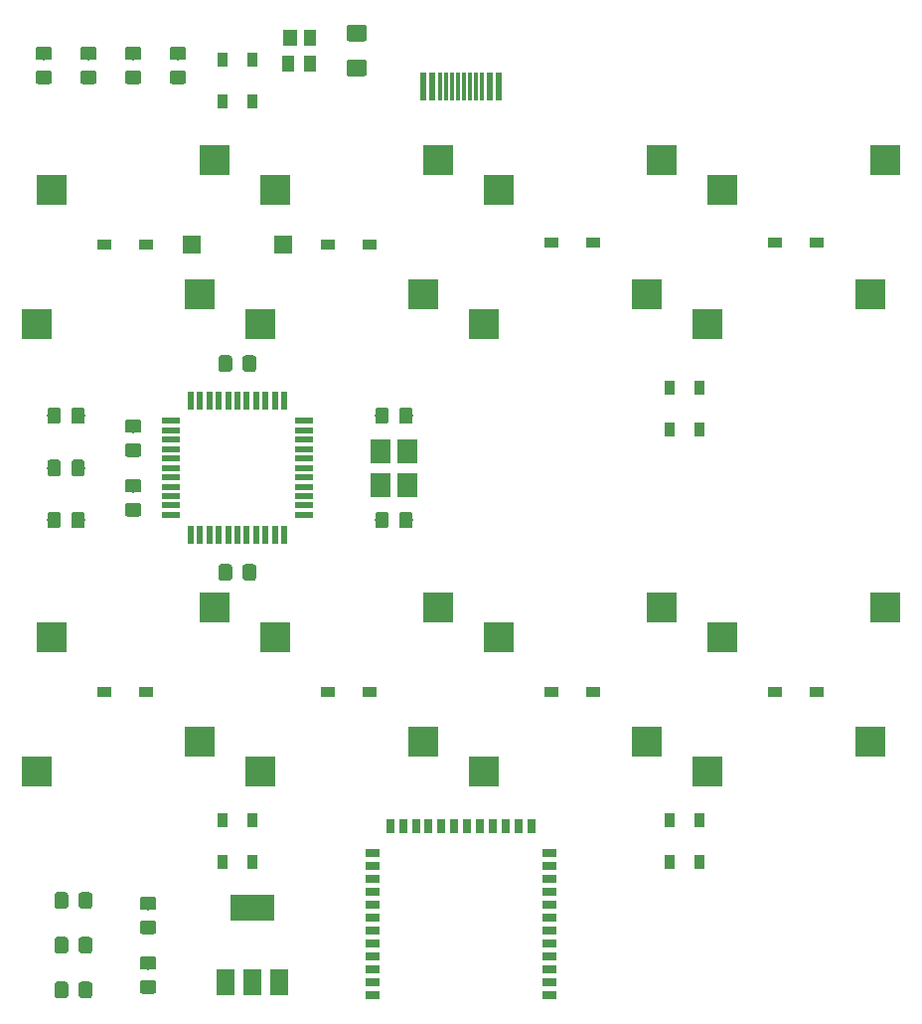
<source format=gbr>
G04 #@! TF.GenerationSoftware,KiCad,Pcbnew,(5.1.2)-2*
G04 #@! TF.CreationDate,2020-01-16T13:47:14+08:00*
G04 #@! TF.ProjectId,wingxx-receiver-v3,77696e67-7878-42d7-9265-636569766572,rev?*
G04 #@! TF.SameCoordinates,Original*
G04 #@! TF.FileFunction,Paste,Bot*
G04 #@! TF.FilePolarity,Positive*
%FSLAX46Y46*%
G04 Gerber Fmt 4.6, Leading zero omitted, Abs format (unit mm)*
G04 Created by KiCad (PCBNEW (5.1.2)-2) date 2020-01-16 13:47:14*
%MOMM*%
%LPD*%
G04 APERTURE LIST*
%ADD10R,0.950000X1.300000*%
%ADD11R,1.300000X0.950000*%
%ADD12R,1.500000X1.500000*%
%ADD13R,1.800000X2.100000*%
%ADD14C,0.100000*%
%ADD15C,1.425000*%
%ADD16C,1.150000*%
%ADD17R,1.500000X0.550000*%
%ADD18R,0.550000X1.500000*%
%ADD19R,1.000000X1.400000*%
%ADD20R,1.200000X1.400000*%
%ADD21R,1.198880X0.698500*%
%ADD22R,0.698500X1.198880*%
%ADD23R,0.600000X2.450000*%
%ADD24R,0.300000X2.450000*%
%ADD25R,3.800000X2.200000*%
%ADD26R,1.500000X2.200000*%
%ADD27R,2.550000X2.500000*%
G04 APERTURE END LIST*
D10*
X134620000Y-127765000D03*
X134620000Y-131315000D03*
X132080000Y-127765000D03*
X132080000Y-131315000D03*
X96520000Y-127765000D03*
X96520000Y-131315000D03*
X93980000Y-127765000D03*
X93980000Y-131315000D03*
D11*
X141100000Y-116840000D03*
X144650000Y-116840000D03*
X122017000Y-116840000D03*
X125567000Y-116840000D03*
X103000000Y-116840000D03*
X106550000Y-116840000D03*
X83950000Y-116840000D03*
X87500000Y-116840000D03*
D10*
X134620000Y-90935000D03*
X134620000Y-94485000D03*
X132080000Y-90935000D03*
X132080000Y-94485000D03*
D11*
X103000000Y-78740000D03*
X106550000Y-78740000D03*
X83950000Y-78740000D03*
X87500000Y-78740000D03*
X141100000Y-78581200D03*
X144650000Y-78581200D03*
X122050000Y-78581200D03*
X125600000Y-78581200D03*
D10*
X96520000Y-62995000D03*
X96520000Y-66545000D03*
X93980000Y-62995000D03*
X93980000Y-66545000D03*
D12*
X99150000Y-78740000D03*
X91350000Y-78740000D03*
D13*
X109735000Y-99240000D03*
X109735000Y-96340000D03*
X107435000Y-96340000D03*
X107435000Y-99240000D03*
D14*
G36*
X106059504Y-63006204D02*
G01*
X106083773Y-63009804D01*
X106107571Y-63015765D01*
X106130671Y-63024030D01*
X106152849Y-63034520D01*
X106173893Y-63047133D01*
X106193598Y-63061747D01*
X106211777Y-63078223D01*
X106228253Y-63096402D01*
X106242867Y-63116107D01*
X106255480Y-63137151D01*
X106265970Y-63159329D01*
X106274235Y-63182429D01*
X106280196Y-63206227D01*
X106283796Y-63230496D01*
X106285000Y-63255000D01*
X106285000Y-64180000D01*
X106283796Y-64204504D01*
X106280196Y-64228773D01*
X106274235Y-64252571D01*
X106265970Y-64275671D01*
X106255480Y-64297849D01*
X106242867Y-64318893D01*
X106228253Y-64338598D01*
X106211777Y-64356777D01*
X106193598Y-64373253D01*
X106173893Y-64387867D01*
X106152849Y-64400480D01*
X106130671Y-64410970D01*
X106107571Y-64419235D01*
X106083773Y-64425196D01*
X106059504Y-64428796D01*
X106035000Y-64430000D01*
X104785000Y-64430000D01*
X104760496Y-64428796D01*
X104736227Y-64425196D01*
X104712429Y-64419235D01*
X104689329Y-64410970D01*
X104667151Y-64400480D01*
X104646107Y-64387867D01*
X104626402Y-64373253D01*
X104608223Y-64356777D01*
X104591747Y-64338598D01*
X104577133Y-64318893D01*
X104564520Y-64297849D01*
X104554030Y-64275671D01*
X104545765Y-64252571D01*
X104539804Y-64228773D01*
X104536204Y-64204504D01*
X104535000Y-64180000D01*
X104535000Y-63255000D01*
X104536204Y-63230496D01*
X104539804Y-63206227D01*
X104545765Y-63182429D01*
X104554030Y-63159329D01*
X104564520Y-63137151D01*
X104577133Y-63116107D01*
X104591747Y-63096402D01*
X104608223Y-63078223D01*
X104626402Y-63061747D01*
X104646107Y-63047133D01*
X104667151Y-63034520D01*
X104689329Y-63024030D01*
X104712429Y-63015765D01*
X104736227Y-63009804D01*
X104760496Y-63006204D01*
X104785000Y-63005000D01*
X106035000Y-63005000D01*
X106059504Y-63006204D01*
X106059504Y-63006204D01*
G37*
D15*
X105410000Y-63717500D03*
D14*
G36*
X106059504Y-60031204D02*
G01*
X106083773Y-60034804D01*
X106107571Y-60040765D01*
X106130671Y-60049030D01*
X106152849Y-60059520D01*
X106173893Y-60072133D01*
X106193598Y-60086747D01*
X106211777Y-60103223D01*
X106228253Y-60121402D01*
X106242867Y-60141107D01*
X106255480Y-60162151D01*
X106265970Y-60184329D01*
X106274235Y-60207429D01*
X106280196Y-60231227D01*
X106283796Y-60255496D01*
X106285000Y-60280000D01*
X106285000Y-61205000D01*
X106283796Y-61229504D01*
X106280196Y-61253773D01*
X106274235Y-61277571D01*
X106265970Y-61300671D01*
X106255480Y-61322849D01*
X106242867Y-61343893D01*
X106228253Y-61363598D01*
X106211777Y-61381777D01*
X106193598Y-61398253D01*
X106173893Y-61412867D01*
X106152849Y-61425480D01*
X106130671Y-61435970D01*
X106107571Y-61444235D01*
X106083773Y-61450196D01*
X106059504Y-61453796D01*
X106035000Y-61455000D01*
X104785000Y-61455000D01*
X104760496Y-61453796D01*
X104736227Y-61450196D01*
X104712429Y-61444235D01*
X104689329Y-61435970D01*
X104667151Y-61425480D01*
X104646107Y-61412867D01*
X104626402Y-61398253D01*
X104608223Y-61381777D01*
X104591747Y-61363598D01*
X104577133Y-61343893D01*
X104564520Y-61322849D01*
X104554030Y-61300671D01*
X104545765Y-61277571D01*
X104539804Y-61253773D01*
X104536204Y-61229504D01*
X104535000Y-61205000D01*
X104535000Y-60280000D01*
X104536204Y-60255496D01*
X104539804Y-60231227D01*
X104545765Y-60207429D01*
X104554030Y-60184329D01*
X104564520Y-60162151D01*
X104577133Y-60141107D01*
X104591747Y-60121402D01*
X104608223Y-60103223D01*
X104626402Y-60086747D01*
X104646107Y-60072133D01*
X104667151Y-60059520D01*
X104689329Y-60049030D01*
X104712429Y-60040765D01*
X104736227Y-60034804D01*
X104760496Y-60031204D01*
X104785000Y-60030000D01*
X106035000Y-60030000D01*
X106059504Y-60031204D01*
X106059504Y-60031204D01*
G37*
D15*
X105410000Y-60742500D03*
D14*
G36*
X79969505Y-97091204D02*
G01*
X79993773Y-97094804D01*
X80017572Y-97100765D01*
X80040671Y-97109030D01*
X80062850Y-97119520D01*
X80083893Y-97132132D01*
X80103599Y-97146747D01*
X80121777Y-97163223D01*
X80138253Y-97181401D01*
X80152868Y-97201107D01*
X80165480Y-97222150D01*
X80175970Y-97244329D01*
X80184235Y-97267428D01*
X80190196Y-97291227D01*
X80193796Y-97315495D01*
X80195000Y-97339999D01*
X80195000Y-98240001D01*
X80193796Y-98264505D01*
X80190196Y-98288773D01*
X80184235Y-98312572D01*
X80175970Y-98335671D01*
X80165480Y-98357850D01*
X80152868Y-98378893D01*
X80138253Y-98398599D01*
X80121777Y-98416777D01*
X80103599Y-98433253D01*
X80083893Y-98447868D01*
X80062850Y-98460480D01*
X80040671Y-98470970D01*
X80017572Y-98479235D01*
X79993773Y-98485196D01*
X79969505Y-98488796D01*
X79945001Y-98490000D01*
X79294999Y-98490000D01*
X79270495Y-98488796D01*
X79246227Y-98485196D01*
X79222428Y-98479235D01*
X79199329Y-98470970D01*
X79177150Y-98460480D01*
X79156107Y-98447868D01*
X79136401Y-98433253D01*
X79118223Y-98416777D01*
X79101747Y-98398599D01*
X79087132Y-98378893D01*
X79074520Y-98357850D01*
X79064030Y-98335671D01*
X79055765Y-98312572D01*
X79049804Y-98288773D01*
X79046204Y-98264505D01*
X79045000Y-98240001D01*
X79045000Y-97339999D01*
X79046204Y-97315495D01*
X79049804Y-97291227D01*
X79055765Y-97267428D01*
X79064030Y-97244329D01*
X79074520Y-97222150D01*
X79087132Y-97201107D01*
X79101747Y-97181401D01*
X79118223Y-97163223D01*
X79136401Y-97146747D01*
X79156107Y-97132132D01*
X79177150Y-97119520D01*
X79199329Y-97109030D01*
X79222428Y-97100765D01*
X79246227Y-97094804D01*
X79270495Y-97091204D01*
X79294999Y-97090000D01*
X79945001Y-97090000D01*
X79969505Y-97091204D01*
X79969505Y-97091204D01*
G37*
D16*
X79620000Y-97790000D03*
D14*
G36*
X82019505Y-97091204D02*
G01*
X82043773Y-97094804D01*
X82067572Y-97100765D01*
X82090671Y-97109030D01*
X82112850Y-97119520D01*
X82133893Y-97132132D01*
X82153599Y-97146747D01*
X82171777Y-97163223D01*
X82188253Y-97181401D01*
X82202868Y-97201107D01*
X82215480Y-97222150D01*
X82225970Y-97244329D01*
X82234235Y-97267428D01*
X82240196Y-97291227D01*
X82243796Y-97315495D01*
X82245000Y-97339999D01*
X82245000Y-98240001D01*
X82243796Y-98264505D01*
X82240196Y-98288773D01*
X82234235Y-98312572D01*
X82225970Y-98335671D01*
X82215480Y-98357850D01*
X82202868Y-98378893D01*
X82188253Y-98398599D01*
X82171777Y-98416777D01*
X82153599Y-98433253D01*
X82133893Y-98447868D01*
X82112850Y-98460480D01*
X82090671Y-98470970D01*
X82067572Y-98479235D01*
X82043773Y-98485196D01*
X82019505Y-98488796D01*
X81995001Y-98490000D01*
X81344999Y-98490000D01*
X81320495Y-98488796D01*
X81296227Y-98485196D01*
X81272428Y-98479235D01*
X81249329Y-98470970D01*
X81227150Y-98460480D01*
X81206107Y-98447868D01*
X81186401Y-98433253D01*
X81168223Y-98416777D01*
X81151747Y-98398599D01*
X81137132Y-98378893D01*
X81124520Y-98357850D01*
X81114030Y-98335671D01*
X81105765Y-98312572D01*
X81099804Y-98288773D01*
X81096204Y-98264505D01*
X81095000Y-98240001D01*
X81095000Y-97339999D01*
X81096204Y-97315495D01*
X81099804Y-97291227D01*
X81105765Y-97267428D01*
X81114030Y-97244329D01*
X81124520Y-97222150D01*
X81137132Y-97201107D01*
X81151747Y-97181401D01*
X81168223Y-97163223D01*
X81186401Y-97146747D01*
X81206107Y-97132132D01*
X81227150Y-97119520D01*
X81249329Y-97109030D01*
X81272428Y-97100765D01*
X81296227Y-97094804D01*
X81320495Y-97091204D01*
X81344999Y-97090000D01*
X81995001Y-97090000D01*
X82019505Y-97091204D01*
X82019505Y-97091204D01*
G37*
D16*
X81670000Y-97790000D03*
D14*
G36*
X82019505Y-92646204D02*
G01*
X82043773Y-92649804D01*
X82067572Y-92655765D01*
X82090671Y-92664030D01*
X82112850Y-92674520D01*
X82133893Y-92687132D01*
X82153599Y-92701747D01*
X82171777Y-92718223D01*
X82188253Y-92736401D01*
X82202868Y-92756107D01*
X82215480Y-92777150D01*
X82225970Y-92799329D01*
X82234235Y-92822428D01*
X82240196Y-92846227D01*
X82243796Y-92870495D01*
X82245000Y-92894999D01*
X82245000Y-93795001D01*
X82243796Y-93819505D01*
X82240196Y-93843773D01*
X82234235Y-93867572D01*
X82225970Y-93890671D01*
X82215480Y-93912850D01*
X82202868Y-93933893D01*
X82188253Y-93953599D01*
X82171777Y-93971777D01*
X82153599Y-93988253D01*
X82133893Y-94002868D01*
X82112850Y-94015480D01*
X82090671Y-94025970D01*
X82067572Y-94034235D01*
X82043773Y-94040196D01*
X82019505Y-94043796D01*
X81995001Y-94045000D01*
X81344999Y-94045000D01*
X81320495Y-94043796D01*
X81296227Y-94040196D01*
X81272428Y-94034235D01*
X81249329Y-94025970D01*
X81227150Y-94015480D01*
X81206107Y-94002868D01*
X81186401Y-93988253D01*
X81168223Y-93971777D01*
X81151747Y-93953599D01*
X81137132Y-93933893D01*
X81124520Y-93912850D01*
X81114030Y-93890671D01*
X81105765Y-93867572D01*
X81099804Y-93843773D01*
X81096204Y-93819505D01*
X81095000Y-93795001D01*
X81095000Y-92894999D01*
X81096204Y-92870495D01*
X81099804Y-92846227D01*
X81105765Y-92822428D01*
X81114030Y-92799329D01*
X81124520Y-92777150D01*
X81137132Y-92756107D01*
X81151747Y-92736401D01*
X81168223Y-92718223D01*
X81186401Y-92701747D01*
X81206107Y-92687132D01*
X81227150Y-92674520D01*
X81249329Y-92664030D01*
X81272428Y-92655765D01*
X81296227Y-92649804D01*
X81320495Y-92646204D01*
X81344999Y-92645000D01*
X81995001Y-92645000D01*
X82019505Y-92646204D01*
X82019505Y-92646204D01*
G37*
D16*
X81670000Y-93345000D03*
D14*
G36*
X79969505Y-92646204D02*
G01*
X79993773Y-92649804D01*
X80017572Y-92655765D01*
X80040671Y-92664030D01*
X80062850Y-92674520D01*
X80083893Y-92687132D01*
X80103599Y-92701747D01*
X80121777Y-92718223D01*
X80138253Y-92736401D01*
X80152868Y-92756107D01*
X80165480Y-92777150D01*
X80175970Y-92799329D01*
X80184235Y-92822428D01*
X80190196Y-92846227D01*
X80193796Y-92870495D01*
X80195000Y-92894999D01*
X80195000Y-93795001D01*
X80193796Y-93819505D01*
X80190196Y-93843773D01*
X80184235Y-93867572D01*
X80175970Y-93890671D01*
X80165480Y-93912850D01*
X80152868Y-93933893D01*
X80138253Y-93953599D01*
X80121777Y-93971777D01*
X80103599Y-93988253D01*
X80083893Y-94002868D01*
X80062850Y-94015480D01*
X80040671Y-94025970D01*
X80017572Y-94034235D01*
X79993773Y-94040196D01*
X79969505Y-94043796D01*
X79945001Y-94045000D01*
X79294999Y-94045000D01*
X79270495Y-94043796D01*
X79246227Y-94040196D01*
X79222428Y-94034235D01*
X79199329Y-94025970D01*
X79177150Y-94015480D01*
X79156107Y-94002868D01*
X79136401Y-93988253D01*
X79118223Y-93971777D01*
X79101747Y-93953599D01*
X79087132Y-93933893D01*
X79074520Y-93912850D01*
X79064030Y-93890671D01*
X79055765Y-93867572D01*
X79049804Y-93843773D01*
X79046204Y-93819505D01*
X79045000Y-93795001D01*
X79045000Y-92894999D01*
X79046204Y-92870495D01*
X79049804Y-92846227D01*
X79055765Y-92822428D01*
X79064030Y-92799329D01*
X79074520Y-92777150D01*
X79087132Y-92756107D01*
X79101747Y-92736401D01*
X79118223Y-92718223D01*
X79136401Y-92701747D01*
X79156107Y-92687132D01*
X79177150Y-92674520D01*
X79199329Y-92664030D01*
X79222428Y-92655765D01*
X79246227Y-92649804D01*
X79270495Y-92646204D01*
X79294999Y-92645000D01*
X79945001Y-92645000D01*
X79969505Y-92646204D01*
X79969505Y-92646204D01*
G37*
D16*
X79620000Y-93345000D03*
D14*
G36*
X90644505Y-63951204D02*
G01*
X90668773Y-63954804D01*
X90692572Y-63960765D01*
X90715671Y-63969030D01*
X90737850Y-63979520D01*
X90758893Y-63992132D01*
X90778599Y-64006747D01*
X90796777Y-64023223D01*
X90813253Y-64041401D01*
X90827868Y-64061107D01*
X90840480Y-64082150D01*
X90850970Y-64104329D01*
X90859235Y-64127428D01*
X90865196Y-64151227D01*
X90868796Y-64175495D01*
X90870000Y-64199999D01*
X90870000Y-64850001D01*
X90868796Y-64874505D01*
X90865196Y-64898773D01*
X90859235Y-64922572D01*
X90850970Y-64945671D01*
X90840480Y-64967850D01*
X90827868Y-64988893D01*
X90813253Y-65008599D01*
X90796777Y-65026777D01*
X90778599Y-65043253D01*
X90758893Y-65057868D01*
X90737850Y-65070480D01*
X90715671Y-65080970D01*
X90692572Y-65089235D01*
X90668773Y-65095196D01*
X90644505Y-65098796D01*
X90620001Y-65100000D01*
X89719999Y-65100000D01*
X89695495Y-65098796D01*
X89671227Y-65095196D01*
X89647428Y-65089235D01*
X89624329Y-65080970D01*
X89602150Y-65070480D01*
X89581107Y-65057868D01*
X89561401Y-65043253D01*
X89543223Y-65026777D01*
X89526747Y-65008599D01*
X89512132Y-64988893D01*
X89499520Y-64967850D01*
X89489030Y-64945671D01*
X89480765Y-64922572D01*
X89474804Y-64898773D01*
X89471204Y-64874505D01*
X89470000Y-64850001D01*
X89470000Y-64199999D01*
X89471204Y-64175495D01*
X89474804Y-64151227D01*
X89480765Y-64127428D01*
X89489030Y-64104329D01*
X89499520Y-64082150D01*
X89512132Y-64061107D01*
X89526747Y-64041401D01*
X89543223Y-64023223D01*
X89561401Y-64006747D01*
X89581107Y-63992132D01*
X89602150Y-63979520D01*
X89624329Y-63969030D01*
X89647428Y-63960765D01*
X89671227Y-63954804D01*
X89695495Y-63951204D01*
X89719999Y-63950000D01*
X90620001Y-63950000D01*
X90644505Y-63951204D01*
X90644505Y-63951204D01*
G37*
D16*
X90170000Y-64525000D03*
D14*
G36*
X90644505Y-61901204D02*
G01*
X90668773Y-61904804D01*
X90692572Y-61910765D01*
X90715671Y-61919030D01*
X90737850Y-61929520D01*
X90758893Y-61942132D01*
X90778599Y-61956747D01*
X90796777Y-61973223D01*
X90813253Y-61991401D01*
X90827868Y-62011107D01*
X90840480Y-62032150D01*
X90850970Y-62054329D01*
X90859235Y-62077428D01*
X90865196Y-62101227D01*
X90868796Y-62125495D01*
X90870000Y-62149999D01*
X90870000Y-62800001D01*
X90868796Y-62824505D01*
X90865196Y-62848773D01*
X90859235Y-62872572D01*
X90850970Y-62895671D01*
X90840480Y-62917850D01*
X90827868Y-62938893D01*
X90813253Y-62958599D01*
X90796777Y-62976777D01*
X90778599Y-62993253D01*
X90758893Y-63007868D01*
X90737850Y-63020480D01*
X90715671Y-63030970D01*
X90692572Y-63039235D01*
X90668773Y-63045196D01*
X90644505Y-63048796D01*
X90620001Y-63050000D01*
X89719999Y-63050000D01*
X89695495Y-63048796D01*
X89671227Y-63045196D01*
X89647428Y-63039235D01*
X89624329Y-63030970D01*
X89602150Y-63020480D01*
X89581107Y-63007868D01*
X89561401Y-62993253D01*
X89543223Y-62976777D01*
X89526747Y-62958599D01*
X89512132Y-62938893D01*
X89499520Y-62917850D01*
X89489030Y-62895671D01*
X89480765Y-62872572D01*
X89474804Y-62848773D01*
X89471204Y-62824505D01*
X89470000Y-62800001D01*
X89470000Y-62149999D01*
X89471204Y-62125495D01*
X89474804Y-62101227D01*
X89480765Y-62077428D01*
X89489030Y-62054329D01*
X89499520Y-62032150D01*
X89512132Y-62011107D01*
X89526747Y-61991401D01*
X89543223Y-61973223D01*
X89561401Y-61956747D01*
X89581107Y-61942132D01*
X89602150Y-61929520D01*
X89624329Y-61919030D01*
X89647428Y-61910765D01*
X89671227Y-61904804D01*
X89695495Y-61901204D01*
X89719999Y-61900000D01*
X90620001Y-61900000D01*
X90644505Y-61901204D01*
X90644505Y-61901204D01*
G37*
D16*
X90170000Y-62475000D03*
D14*
G36*
X86834505Y-63951204D02*
G01*
X86858773Y-63954804D01*
X86882572Y-63960765D01*
X86905671Y-63969030D01*
X86927850Y-63979520D01*
X86948893Y-63992132D01*
X86968599Y-64006747D01*
X86986777Y-64023223D01*
X87003253Y-64041401D01*
X87017868Y-64061107D01*
X87030480Y-64082150D01*
X87040970Y-64104329D01*
X87049235Y-64127428D01*
X87055196Y-64151227D01*
X87058796Y-64175495D01*
X87060000Y-64199999D01*
X87060000Y-64850001D01*
X87058796Y-64874505D01*
X87055196Y-64898773D01*
X87049235Y-64922572D01*
X87040970Y-64945671D01*
X87030480Y-64967850D01*
X87017868Y-64988893D01*
X87003253Y-65008599D01*
X86986777Y-65026777D01*
X86968599Y-65043253D01*
X86948893Y-65057868D01*
X86927850Y-65070480D01*
X86905671Y-65080970D01*
X86882572Y-65089235D01*
X86858773Y-65095196D01*
X86834505Y-65098796D01*
X86810001Y-65100000D01*
X85909999Y-65100000D01*
X85885495Y-65098796D01*
X85861227Y-65095196D01*
X85837428Y-65089235D01*
X85814329Y-65080970D01*
X85792150Y-65070480D01*
X85771107Y-65057868D01*
X85751401Y-65043253D01*
X85733223Y-65026777D01*
X85716747Y-65008599D01*
X85702132Y-64988893D01*
X85689520Y-64967850D01*
X85679030Y-64945671D01*
X85670765Y-64922572D01*
X85664804Y-64898773D01*
X85661204Y-64874505D01*
X85660000Y-64850001D01*
X85660000Y-64199999D01*
X85661204Y-64175495D01*
X85664804Y-64151227D01*
X85670765Y-64127428D01*
X85679030Y-64104329D01*
X85689520Y-64082150D01*
X85702132Y-64061107D01*
X85716747Y-64041401D01*
X85733223Y-64023223D01*
X85751401Y-64006747D01*
X85771107Y-63992132D01*
X85792150Y-63979520D01*
X85814329Y-63969030D01*
X85837428Y-63960765D01*
X85861227Y-63954804D01*
X85885495Y-63951204D01*
X85909999Y-63950000D01*
X86810001Y-63950000D01*
X86834505Y-63951204D01*
X86834505Y-63951204D01*
G37*
D16*
X86360000Y-64525000D03*
D14*
G36*
X86834505Y-61901204D02*
G01*
X86858773Y-61904804D01*
X86882572Y-61910765D01*
X86905671Y-61919030D01*
X86927850Y-61929520D01*
X86948893Y-61942132D01*
X86968599Y-61956747D01*
X86986777Y-61973223D01*
X87003253Y-61991401D01*
X87017868Y-62011107D01*
X87030480Y-62032150D01*
X87040970Y-62054329D01*
X87049235Y-62077428D01*
X87055196Y-62101227D01*
X87058796Y-62125495D01*
X87060000Y-62149999D01*
X87060000Y-62800001D01*
X87058796Y-62824505D01*
X87055196Y-62848773D01*
X87049235Y-62872572D01*
X87040970Y-62895671D01*
X87030480Y-62917850D01*
X87017868Y-62938893D01*
X87003253Y-62958599D01*
X86986777Y-62976777D01*
X86968599Y-62993253D01*
X86948893Y-63007868D01*
X86927850Y-63020480D01*
X86905671Y-63030970D01*
X86882572Y-63039235D01*
X86858773Y-63045196D01*
X86834505Y-63048796D01*
X86810001Y-63050000D01*
X85909999Y-63050000D01*
X85885495Y-63048796D01*
X85861227Y-63045196D01*
X85837428Y-63039235D01*
X85814329Y-63030970D01*
X85792150Y-63020480D01*
X85771107Y-63007868D01*
X85751401Y-62993253D01*
X85733223Y-62976777D01*
X85716747Y-62958599D01*
X85702132Y-62938893D01*
X85689520Y-62917850D01*
X85679030Y-62895671D01*
X85670765Y-62872572D01*
X85664804Y-62848773D01*
X85661204Y-62824505D01*
X85660000Y-62800001D01*
X85660000Y-62149999D01*
X85661204Y-62125495D01*
X85664804Y-62101227D01*
X85670765Y-62077428D01*
X85679030Y-62054329D01*
X85689520Y-62032150D01*
X85702132Y-62011107D01*
X85716747Y-61991401D01*
X85733223Y-61973223D01*
X85751401Y-61956747D01*
X85771107Y-61942132D01*
X85792150Y-61929520D01*
X85814329Y-61919030D01*
X85837428Y-61910765D01*
X85861227Y-61904804D01*
X85885495Y-61901204D01*
X85909999Y-61900000D01*
X86810001Y-61900000D01*
X86834505Y-61901204D01*
X86834505Y-61901204D01*
G37*
D16*
X86360000Y-62475000D03*
D14*
G36*
X83024505Y-63951204D02*
G01*
X83048773Y-63954804D01*
X83072572Y-63960765D01*
X83095671Y-63969030D01*
X83117850Y-63979520D01*
X83138893Y-63992132D01*
X83158599Y-64006747D01*
X83176777Y-64023223D01*
X83193253Y-64041401D01*
X83207868Y-64061107D01*
X83220480Y-64082150D01*
X83230970Y-64104329D01*
X83239235Y-64127428D01*
X83245196Y-64151227D01*
X83248796Y-64175495D01*
X83250000Y-64199999D01*
X83250000Y-64850001D01*
X83248796Y-64874505D01*
X83245196Y-64898773D01*
X83239235Y-64922572D01*
X83230970Y-64945671D01*
X83220480Y-64967850D01*
X83207868Y-64988893D01*
X83193253Y-65008599D01*
X83176777Y-65026777D01*
X83158599Y-65043253D01*
X83138893Y-65057868D01*
X83117850Y-65070480D01*
X83095671Y-65080970D01*
X83072572Y-65089235D01*
X83048773Y-65095196D01*
X83024505Y-65098796D01*
X83000001Y-65100000D01*
X82099999Y-65100000D01*
X82075495Y-65098796D01*
X82051227Y-65095196D01*
X82027428Y-65089235D01*
X82004329Y-65080970D01*
X81982150Y-65070480D01*
X81961107Y-65057868D01*
X81941401Y-65043253D01*
X81923223Y-65026777D01*
X81906747Y-65008599D01*
X81892132Y-64988893D01*
X81879520Y-64967850D01*
X81869030Y-64945671D01*
X81860765Y-64922572D01*
X81854804Y-64898773D01*
X81851204Y-64874505D01*
X81850000Y-64850001D01*
X81850000Y-64199999D01*
X81851204Y-64175495D01*
X81854804Y-64151227D01*
X81860765Y-64127428D01*
X81869030Y-64104329D01*
X81879520Y-64082150D01*
X81892132Y-64061107D01*
X81906747Y-64041401D01*
X81923223Y-64023223D01*
X81941401Y-64006747D01*
X81961107Y-63992132D01*
X81982150Y-63979520D01*
X82004329Y-63969030D01*
X82027428Y-63960765D01*
X82051227Y-63954804D01*
X82075495Y-63951204D01*
X82099999Y-63950000D01*
X83000001Y-63950000D01*
X83024505Y-63951204D01*
X83024505Y-63951204D01*
G37*
D16*
X82550000Y-64525000D03*
D14*
G36*
X83024505Y-61901204D02*
G01*
X83048773Y-61904804D01*
X83072572Y-61910765D01*
X83095671Y-61919030D01*
X83117850Y-61929520D01*
X83138893Y-61942132D01*
X83158599Y-61956747D01*
X83176777Y-61973223D01*
X83193253Y-61991401D01*
X83207868Y-62011107D01*
X83220480Y-62032150D01*
X83230970Y-62054329D01*
X83239235Y-62077428D01*
X83245196Y-62101227D01*
X83248796Y-62125495D01*
X83250000Y-62149999D01*
X83250000Y-62800001D01*
X83248796Y-62824505D01*
X83245196Y-62848773D01*
X83239235Y-62872572D01*
X83230970Y-62895671D01*
X83220480Y-62917850D01*
X83207868Y-62938893D01*
X83193253Y-62958599D01*
X83176777Y-62976777D01*
X83158599Y-62993253D01*
X83138893Y-63007868D01*
X83117850Y-63020480D01*
X83095671Y-63030970D01*
X83072572Y-63039235D01*
X83048773Y-63045196D01*
X83024505Y-63048796D01*
X83000001Y-63050000D01*
X82099999Y-63050000D01*
X82075495Y-63048796D01*
X82051227Y-63045196D01*
X82027428Y-63039235D01*
X82004329Y-63030970D01*
X81982150Y-63020480D01*
X81961107Y-63007868D01*
X81941401Y-62993253D01*
X81923223Y-62976777D01*
X81906747Y-62958599D01*
X81892132Y-62938893D01*
X81879520Y-62917850D01*
X81869030Y-62895671D01*
X81860765Y-62872572D01*
X81854804Y-62848773D01*
X81851204Y-62824505D01*
X81850000Y-62800001D01*
X81850000Y-62149999D01*
X81851204Y-62125495D01*
X81854804Y-62101227D01*
X81860765Y-62077428D01*
X81869030Y-62054329D01*
X81879520Y-62032150D01*
X81892132Y-62011107D01*
X81906747Y-61991401D01*
X81923223Y-61973223D01*
X81941401Y-61956747D01*
X81961107Y-61942132D01*
X81982150Y-61929520D01*
X82004329Y-61919030D01*
X82027428Y-61910765D01*
X82051227Y-61904804D01*
X82075495Y-61901204D01*
X82099999Y-61900000D01*
X83000001Y-61900000D01*
X83024505Y-61901204D01*
X83024505Y-61901204D01*
G37*
D16*
X82550000Y-62475000D03*
D14*
G36*
X79214505Y-63951204D02*
G01*
X79238773Y-63954804D01*
X79262572Y-63960765D01*
X79285671Y-63969030D01*
X79307850Y-63979520D01*
X79328893Y-63992132D01*
X79348599Y-64006747D01*
X79366777Y-64023223D01*
X79383253Y-64041401D01*
X79397868Y-64061107D01*
X79410480Y-64082150D01*
X79420970Y-64104329D01*
X79429235Y-64127428D01*
X79435196Y-64151227D01*
X79438796Y-64175495D01*
X79440000Y-64199999D01*
X79440000Y-64850001D01*
X79438796Y-64874505D01*
X79435196Y-64898773D01*
X79429235Y-64922572D01*
X79420970Y-64945671D01*
X79410480Y-64967850D01*
X79397868Y-64988893D01*
X79383253Y-65008599D01*
X79366777Y-65026777D01*
X79348599Y-65043253D01*
X79328893Y-65057868D01*
X79307850Y-65070480D01*
X79285671Y-65080970D01*
X79262572Y-65089235D01*
X79238773Y-65095196D01*
X79214505Y-65098796D01*
X79190001Y-65100000D01*
X78289999Y-65100000D01*
X78265495Y-65098796D01*
X78241227Y-65095196D01*
X78217428Y-65089235D01*
X78194329Y-65080970D01*
X78172150Y-65070480D01*
X78151107Y-65057868D01*
X78131401Y-65043253D01*
X78113223Y-65026777D01*
X78096747Y-65008599D01*
X78082132Y-64988893D01*
X78069520Y-64967850D01*
X78059030Y-64945671D01*
X78050765Y-64922572D01*
X78044804Y-64898773D01*
X78041204Y-64874505D01*
X78040000Y-64850001D01*
X78040000Y-64199999D01*
X78041204Y-64175495D01*
X78044804Y-64151227D01*
X78050765Y-64127428D01*
X78059030Y-64104329D01*
X78069520Y-64082150D01*
X78082132Y-64061107D01*
X78096747Y-64041401D01*
X78113223Y-64023223D01*
X78131401Y-64006747D01*
X78151107Y-63992132D01*
X78172150Y-63979520D01*
X78194329Y-63969030D01*
X78217428Y-63960765D01*
X78241227Y-63954804D01*
X78265495Y-63951204D01*
X78289999Y-63950000D01*
X79190001Y-63950000D01*
X79214505Y-63951204D01*
X79214505Y-63951204D01*
G37*
D16*
X78740000Y-64525000D03*
D14*
G36*
X79214505Y-61901204D02*
G01*
X79238773Y-61904804D01*
X79262572Y-61910765D01*
X79285671Y-61919030D01*
X79307850Y-61929520D01*
X79328893Y-61942132D01*
X79348599Y-61956747D01*
X79366777Y-61973223D01*
X79383253Y-61991401D01*
X79397868Y-62011107D01*
X79410480Y-62032150D01*
X79420970Y-62054329D01*
X79429235Y-62077428D01*
X79435196Y-62101227D01*
X79438796Y-62125495D01*
X79440000Y-62149999D01*
X79440000Y-62800001D01*
X79438796Y-62824505D01*
X79435196Y-62848773D01*
X79429235Y-62872572D01*
X79420970Y-62895671D01*
X79410480Y-62917850D01*
X79397868Y-62938893D01*
X79383253Y-62958599D01*
X79366777Y-62976777D01*
X79348599Y-62993253D01*
X79328893Y-63007868D01*
X79307850Y-63020480D01*
X79285671Y-63030970D01*
X79262572Y-63039235D01*
X79238773Y-63045196D01*
X79214505Y-63048796D01*
X79190001Y-63050000D01*
X78289999Y-63050000D01*
X78265495Y-63048796D01*
X78241227Y-63045196D01*
X78217428Y-63039235D01*
X78194329Y-63030970D01*
X78172150Y-63020480D01*
X78151107Y-63007868D01*
X78131401Y-62993253D01*
X78113223Y-62976777D01*
X78096747Y-62958599D01*
X78082132Y-62938893D01*
X78069520Y-62917850D01*
X78059030Y-62895671D01*
X78050765Y-62872572D01*
X78044804Y-62848773D01*
X78041204Y-62824505D01*
X78040000Y-62800001D01*
X78040000Y-62149999D01*
X78041204Y-62125495D01*
X78044804Y-62101227D01*
X78050765Y-62077428D01*
X78059030Y-62054329D01*
X78069520Y-62032150D01*
X78082132Y-62011107D01*
X78096747Y-61991401D01*
X78113223Y-61973223D01*
X78131401Y-61956747D01*
X78151107Y-61942132D01*
X78172150Y-61929520D01*
X78194329Y-61919030D01*
X78217428Y-61910765D01*
X78241227Y-61904804D01*
X78265495Y-61901204D01*
X78289999Y-61900000D01*
X79190001Y-61900000D01*
X79214505Y-61901204D01*
X79214505Y-61901204D01*
G37*
D16*
X78740000Y-62475000D03*
D14*
G36*
X88104505Y-136341204D02*
G01*
X88128773Y-136344804D01*
X88152572Y-136350765D01*
X88175671Y-136359030D01*
X88197850Y-136369520D01*
X88218893Y-136382132D01*
X88238599Y-136396747D01*
X88256777Y-136413223D01*
X88273253Y-136431401D01*
X88287868Y-136451107D01*
X88300480Y-136472150D01*
X88310970Y-136494329D01*
X88319235Y-136517428D01*
X88325196Y-136541227D01*
X88328796Y-136565495D01*
X88330000Y-136589999D01*
X88330000Y-137240001D01*
X88328796Y-137264505D01*
X88325196Y-137288773D01*
X88319235Y-137312572D01*
X88310970Y-137335671D01*
X88300480Y-137357850D01*
X88287868Y-137378893D01*
X88273253Y-137398599D01*
X88256777Y-137416777D01*
X88238599Y-137433253D01*
X88218893Y-137447868D01*
X88197850Y-137460480D01*
X88175671Y-137470970D01*
X88152572Y-137479235D01*
X88128773Y-137485196D01*
X88104505Y-137488796D01*
X88080001Y-137490000D01*
X87179999Y-137490000D01*
X87155495Y-137488796D01*
X87131227Y-137485196D01*
X87107428Y-137479235D01*
X87084329Y-137470970D01*
X87062150Y-137460480D01*
X87041107Y-137447868D01*
X87021401Y-137433253D01*
X87003223Y-137416777D01*
X86986747Y-137398599D01*
X86972132Y-137378893D01*
X86959520Y-137357850D01*
X86949030Y-137335671D01*
X86940765Y-137312572D01*
X86934804Y-137288773D01*
X86931204Y-137264505D01*
X86930000Y-137240001D01*
X86930000Y-136589999D01*
X86931204Y-136565495D01*
X86934804Y-136541227D01*
X86940765Y-136517428D01*
X86949030Y-136494329D01*
X86959520Y-136472150D01*
X86972132Y-136451107D01*
X86986747Y-136431401D01*
X87003223Y-136413223D01*
X87021401Y-136396747D01*
X87041107Y-136382132D01*
X87062150Y-136369520D01*
X87084329Y-136359030D01*
X87107428Y-136350765D01*
X87131227Y-136344804D01*
X87155495Y-136341204D01*
X87179999Y-136340000D01*
X88080001Y-136340000D01*
X88104505Y-136341204D01*
X88104505Y-136341204D01*
G37*
D16*
X87630000Y-136915000D03*
D14*
G36*
X88104505Y-134291204D02*
G01*
X88128773Y-134294804D01*
X88152572Y-134300765D01*
X88175671Y-134309030D01*
X88197850Y-134319520D01*
X88218893Y-134332132D01*
X88238599Y-134346747D01*
X88256777Y-134363223D01*
X88273253Y-134381401D01*
X88287868Y-134401107D01*
X88300480Y-134422150D01*
X88310970Y-134444329D01*
X88319235Y-134467428D01*
X88325196Y-134491227D01*
X88328796Y-134515495D01*
X88330000Y-134539999D01*
X88330000Y-135190001D01*
X88328796Y-135214505D01*
X88325196Y-135238773D01*
X88319235Y-135262572D01*
X88310970Y-135285671D01*
X88300480Y-135307850D01*
X88287868Y-135328893D01*
X88273253Y-135348599D01*
X88256777Y-135366777D01*
X88238599Y-135383253D01*
X88218893Y-135397868D01*
X88197850Y-135410480D01*
X88175671Y-135420970D01*
X88152572Y-135429235D01*
X88128773Y-135435196D01*
X88104505Y-135438796D01*
X88080001Y-135440000D01*
X87179999Y-135440000D01*
X87155495Y-135438796D01*
X87131227Y-135435196D01*
X87107428Y-135429235D01*
X87084329Y-135420970D01*
X87062150Y-135410480D01*
X87041107Y-135397868D01*
X87021401Y-135383253D01*
X87003223Y-135366777D01*
X86986747Y-135348599D01*
X86972132Y-135328893D01*
X86959520Y-135307850D01*
X86949030Y-135285671D01*
X86940765Y-135262572D01*
X86934804Y-135238773D01*
X86931204Y-135214505D01*
X86930000Y-135190001D01*
X86930000Y-134539999D01*
X86931204Y-134515495D01*
X86934804Y-134491227D01*
X86940765Y-134467428D01*
X86949030Y-134444329D01*
X86959520Y-134422150D01*
X86972132Y-134401107D01*
X86986747Y-134381401D01*
X87003223Y-134363223D01*
X87021401Y-134346747D01*
X87041107Y-134332132D01*
X87062150Y-134319520D01*
X87084329Y-134309030D01*
X87107428Y-134300765D01*
X87131227Y-134294804D01*
X87155495Y-134291204D01*
X87179999Y-134290000D01*
X88080001Y-134290000D01*
X88104505Y-134291204D01*
X88104505Y-134291204D01*
G37*
D16*
X87630000Y-134865000D03*
D14*
G36*
X88104505Y-141421204D02*
G01*
X88128773Y-141424804D01*
X88152572Y-141430765D01*
X88175671Y-141439030D01*
X88197850Y-141449520D01*
X88218893Y-141462132D01*
X88238599Y-141476747D01*
X88256777Y-141493223D01*
X88273253Y-141511401D01*
X88287868Y-141531107D01*
X88300480Y-141552150D01*
X88310970Y-141574329D01*
X88319235Y-141597428D01*
X88325196Y-141621227D01*
X88328796Y-141645495D01*
X88330000Y-141669999D01*
X88330000Y-142320001D01*
X88328796Y-142344505D01*
X88325196Y-142368773D01*
X88319235Y-142392572D01*
X88310970Y-142415671D01*
X88300480Y-142437850D01*
X88287868Y-142458893D01*
X88273253Y-142478599D01*
X88256777Y-142496777D01*
X88238599Y-142513253D01*
X88218893Y-142527868D01*
X88197850Y-142540480D01*
X88175671Y-142550970D01*
X88152572Y-142559235D01*
X88128773Y-142565196D01*
X88104505Y-142568796D01*
X88080001Y-142570000D01*
X87179999Y-142570000D01*
X87155495Y-142568796D01*
X87131227Y-142565196D01*
X87107428Y-142559235D01*
X87084329Y-142550970D01*
X87062150Y-142540480D01*
X87041107Y-142527868D01*
X87021401Y-142513253D01*
X87003223Y-142496777D01*
X86986747Y-142478599D01*
X86972132Y-142458893D01*
X86959520Y-142437850D01*
X86949030Y-142415671D01*
X86940765Y-142392572D01*
X86934804Y-142368773D01*
X86931204Y-142344505D01*
X86930000Y-142320001D01*
X86930000Y-141669999D01*
X86931204Y-141645495D01*
X86934804Y-141621227D01*
X86940765Y-141597428D01*
X86949030Y-141574329D01*
X86959520Y-141552150D01*
X86972132Y-141531107D01*
X86986747Y-141511401D01*
X87003223Y-141493223D01*
X87021401Y-141476747D01*
X87041107Y-141462132D01*
X87062150Y-141449520D01*
X87084329Y-141439030D01*
X87107428Y-141430765D01*
X87131227Y-141424804D01*
X87155495Y-141421204D01*
X87179999Y-141420000D01*
X88080001Y-141420000D01*
X88104505Y-141421204D01*
X88104505Y-141421204D01*
G37*
D16*
X87630000Y-141995000D03*
D14*
G36*
X88104505Y-139371204D02*
G01*
X88128773Y-139374804D01*
X88152572Y-139380765D01*
X88175671Y-139389030D01*
X88197850Y-139399520D01*
X88218893Y-139412132D01*
X88238599Y-139426747D01*
X88256777Y-139443223D01*
X88273253Y-139461401D01*
X88287868Y-139481107D01*
X88300480Y-139502150D01*
X88310970Y-139524329D01*
X88319235Y-139547428D01*
X88325196Y-139571227D01*
X88328796Y-139595495D01*
X88330000Y-139619999D01*
X88330000Y-140270001D01*
X88328796Y-140294505D01*
X88325196Y-140318773D01*
X88319235Y-140342572D01*
X88310970Y-140365671D01*
X88300480Y-140387850D01*
X88287868Y-140408893D01*
X88273253Y-140428599D01*
X88256777Y-140446777D01*
X88238599Y-140463253D01*
X88218893Y-140477868D01*
X88197850Y-140490480D01*
X88175671Y-140500970D01*
X88152572Y-140509235D01*
X88128773Y-140515196D01*
X88104505Y-140518796D01*
X88080001Y-140520000D01*
X87179999Y-140520000D01*
X87155495Y-140518796D01*
X87131227Y-140515196D01*
X87107428Y-140509235D01*
X87084329Y-140500970D01*
X87062150Y-140490480D01*
X87041107Y-140477868D01*
X87021401Y-140463253D01*
X87003223Y-140446777D01*
X86986747Y-140428599D01*
X86972132Y-140408893D01*
X86959520Y-140387850D01*
X86949030Y-140365671D01*
X86940765Y-140342572D01*
X86934804Y-140318773D01*
X86931204Y-140294505D01*
X86930000Y-140270001D01*
X86930000Y-139619999D01*
X86931204Y-139595495D01*
X86934804Y-139571227D01*
X86940765Y-139547428D01*
X86949030Y-139524329D01*
X86959520Y-139502150D01*
X86972132Y-139481107D01*
X86986747Y-139461401D01*
X87003223Y-139443223D01*
X87021401Y-139426747D01*
X87041107Y-139412132D01*
X87062150Y-139399520D01*
X87084329Y-139389030D01*
X87107428Y-139380765D01*
X87131227Y-139374804D01*
X87155495Y-139371204D01*
X87179999Y-139370000D01*
X88080001Y-139370000D01*
X88104505Y-139371204D01*
X88104505Y-139371204D01*
G37*
D16*
X87630000Y-139945000D03*
D14*
G36*
X86834505Y-100781204D02*
G01*
X86858773Y-100784804D01*
X86882572Y-100790765D01*
X86905671Y-100799030D01*
X86927850Y-100809520D01*
X86948893Y-100822132D01*
X86968599Y-100836747D01*
X86986777Y-100853223D01*
X87003253Y-100871401D01*
X87017868Y-100891107D01*
X87030480Y-100912150D01*
X87040970Y-100934329D01*
X87049235Y-100957428D01*
X87055196Y-100981227D01*
X87058796Y-101005495D01*
X87060000Y-101029999D01*
X87060000Y-101680001D01*
X87058796Y-101704505D01*
X87055196Y-101728773D01*
X87049235Y-101752572D01*
X87040970Y-101775671D01*
X87030480Y-101797850D01*
X87017868Y-101818893D01*
X87003253Y-101838599D01*
X86986777Y-101856777D01*
X86968599Y-101873253D01*
X86948893Y-101887868D01*
X86927850Y-101900480D01*
X86905671Y-101910970D01*
X86882572Y-101919235D01*
X86858773Y-101925196D01*
X86834505Y-101928796D01*
X86810001Y-101930000D01*
X85909999Y-101930000D01*
X85885495Y-101928796D01*
X85861227Y-101925196D01*
X85837428Y-101919235D01*
X85814329Y-101910970D01*
X85792150Y-101900480D01*
X85771107Y-101887868D01*
X85751401Y-101873253D01*
X85733223Y-101856777D01*
X85716747Y-101838599D01*
X85702132Y-101818893D01*
X85689520Y-101797850D01*
X85679030Y-101775671D01*
X85670765Y-101752572D01*
X85664804Y-101728773D01*
X85661204Y-101704505D01*
X85660000Y-101680001D01*
X85660000Y-101029999D01*
X85661204Y-101005495D01*
X85664804Y-100981227D01*
X85670765Y-100957428D01*
X85679030Y-100934329D01*
X85689520Y-100912150D01*
X85702132Y-100891107D01*
X85716747Y-100871401D01*
X85733223Y-100853223D01*
X85751401Y-100836747D01*
X85771107Y-100822132D01*
X85792150Y-100809520D01*
X85814329Y-100799030D01*
X85837428Y-100790765D01*
X85861227Y-100784804D01*
X85885495Y-100781204D01*
X85909999Y-100780000D01*
X86810001Y-100780000D01*
X86834505Y-100781204D01*
X86834505Y-100781204D01*
G37*
D16*
X86360000Y-101355000D03*
D14*
G36*
X86834505Y-98731204D02*
G01*
X86858773Y-98734804D01*
X86882572Y-98740765D01*
X86905671Y-98749030D01*
X86927850Y-98759520D01*
X86948893Y-98772132D01*
X86968599Y-98786747D01*
X86986777Y-98803223D01*
X87003253Y-98821401D01*
X87017868Y-98841107D01*
X87030480Y-98862150D01*
X87040970Y-98884329D01*
X87049235Y-98907428D01*
X87055196Y-98931227D01*
X87058796Y-98955495D01*
X87060000Y-98979999D01*
X87060000Y-99630001D01*
X87058796Y-99654505D01*
X87055196Y-99678773D01*
X87049235Y-99702572D01*
X87040970Y-99725671D01*
X87030480Y-99747850D01*
X87017868Y-99768893D01*
X87003253Y-99788599D01*
X86986777Y-99806777D01*
X86968599Y-99823253D01*
X86948893Y-99837868D01*
X86927850Y-99850480D01*
X86905671Y-99860970D01*
X86882572Y-99869235D01*
X86858773Y-99875196D01*
X86834505Y-99878796D01*
X86810001Y-99880000D01*
X85909999Y-99880000D01*
X85885495Y-99878796D01*
X85861227Y-99875196D01*
X85837428Y-99869235D01*
X85814329Y-99860970D01*
X85792150Y-99850480D01*
X85771107Y-99837868D01*
X85751401Y-99823253D01*
X85733223Y-99806777D01*
X85716747Y-99788599D01*
X85702132Y-99768893D01*
X85689520Y-99747850D01*
X85679030Y-99725671D01*
X85670765Y-99702572D01*
X85664804Y-99678773D01*
X85661204Y-99654505D01*
X85660000Y-99630001D01*
X85660000Y-98979999D01*
X85661204Y-98955495D01*
X85664804Y-98931227D01*
X85670765Y-98907428D01*
X85679030Y-98884329D01*
X85689520Y-98862150D01*
X85702132Y-98841107D01*
X85716747Y-98821401D01*
X85733223Y-98803223D01*
X85751401Y-98786747D01*
X85771107Y-98772132D01*
X85792150Y-98759520D01*
X85814329Y-98749030D01*
X85837428Y-98740765D01*
X85861227Y-98734804D01*
X85885495Y-98731204D01*
X85909999Y-98730000D01*
X86810001Y-98730000D01*
X86834505Y-98731204D01*
X86834505Y-98731204D01*
G37*
D16*
X86360000Y-99305000D03*
D14*
G36*
X86834505Y-95701204D02*
G01*
X86858773Y-95704804D01*
X86882572Y-95710765D01*
X86905671Y-95719030D01*
X86927850Y-95729520D01*
X86948893Y-95742132D01*
X86968599Y-95756747D01*
X86986777Y-95773223D01*
X87003253Y-95791401D01*
X87017868Y-95811107D01*
X87030480Y-95832150D01*
X87040970Y-95854329D01*
X87049235Y-95877428D01*
X87055196Y-95901227D01*
X87058796Y-95925495D01*
X87060000Y-95949999D01*
X87060000Y-96600001D01*
X87058796Y-96624505D01*
X87055196Y-96648773D01*
X87049235Y-96672572D01*
X87040970Y-96695671D01*
X87030480Y-96717850D01*
X87017868Y-96738893D01*
X87003253Y-96758599D01*
X86986777Y-96776777D01*
X86968599Y-96793253D01*
X86948893Y-96807868D01*
X86927850Y-96820480D01*
X86905671Y-96830970D01*
X86882572Y-96839235D01*
X86858773Y-96845196D01*
X86834505Y-96848796D01*
X86810001Y-96850000D01*
X85909999Y-96850000D01*
X85885495Y-96848796D01*
X85861227Y-96845196D01*
X85837428Y-96839235D01*
X85814329Y-96830970D01*
X85792150Y-96820480D01*
X85771107Y-96807868D01*
X85751401Y-96793253D01*
X85733223Y-96776777D01*
X85716747Y-96758599D01*
X85702132Y-96738893D01*
X85689520Y-96717850D01*
X85679030Y-96695671D01*
X85670765Y-96672572D01*
X85664804Y-96648773D01*
X85661204Y-96624505D01*
X85660000Y-96600001D01*
X85660000Y-95949999D01*
X85661204Y-95925495D01*
X85664804Y-95901227D01*
X85670765Y-95877428D01*
X85679030Y-95854329D01*
X85689520Y-95832150D01*
X85702132Y-95811107D01*
X85716747Y-95791401D01*
X85733223Y-95773223D01*
X85751401Y-95756747D01*
X85771107Y-95742132D01*
X85792150Y-95729520D01*
X85814329Y-95719030D01*
X85837428Y-95710765D01*
X85861227Y-95704804D01*
X85885495Y-95701204D01*
X85909999Y-95700000D01*
X86810001Y-95700000D01*
X86834505Y-95701204D01*
X86834505Y-95701204D01*
G37*
D16*
X86360000Y-96275000D03*
D14*
G36*
X86834505Y-93651204D02*
G01*
X86858773Y-93654804D01*
X86882572Y-93660765D01*
X86905671Y-93669030D01*
X86927850Y-93679520D01*
X86948893Y-93692132D01*
X86968599Y-93706747D01*
X86986777Y-93723223D01*
X87003253Y-93741401D01*
X87017868Y-93761107D01*
X87030480Y-93782150D01*
X87040970Y-93804329D01*
X87049235Y-93827428D01*
X87055196Y-93851227D01*
X87058796Y-93875495D01*
X87060000Y-93899999D01*
X87060000Y-94550001D01*
X87058796Y-94574505D01*
X87055196Y-94598773D01*
X87049235Y-94622572D01*
X87040970Y-94645671D01*
X87030480Y-94667850D01*
X87017868Y-94688893D01*
X87003253Y-94708599D01*
X86986777Y-94726777D01*
X86968599Y-94743253D01*
X86948893Y-94757868D01*
X86927850Y-94770480D01*
X86905671Y-94780970D01*
X86882572Y-94789235D01*
X86858773Y-94795196D01*
X86834505Y-94798796D01*
X86810001Y-94800000D01*
X85909999Y-94800000D01*
X85885495Y-94798796D01*
X85861227Y-94795196D01*
X85837428Y-94789235D01*
X85814329Y-94780970D01*
X85792150Y-94770480D01*
X85771107Y-94757868D01*
X85751401Y-94743253D01*
X85733223Y-94726777D01*
X85716747Y-94708599D01*
X85702132Y-94688893D01*
X85689520Y-94667850D01*
X85679030Y-94645671D01*
X85670765Y-94622572D01*
X85664804Y-94598773D01*
X85661204Y-94574505D01*
X85660000Y-94550001D01*
X85660000Y-93899999D01*
X85661204Y-93875495D01*
X85664804Y-93851227D01*
X85670765Y-93827428D01*
X85679030Y-93804329D01*
X85689520Y-93782150D01*
X85702132Y-93761107D01*
X85716747Y-93741401D01*
X85733223Y-93723223D01*
X85751401Y-93706747D01*
X85771107Y-93692132D01*
X85792150Y-93679520D01*
X85814329Y-93669030D01*
X85837428Y-93660765D01*
X85861227Y-93654804D01*
X85885495Y-93651204D01*
X85909999Y-93650000D01*
X86810001Y-93650000D01*
X86834505Y-93651204D01*
X86834505Y-93651204D01*
G37*
D16*
X86360000Y-94225000D03*
D14*
G36*
X96624505Y-105981204D02*
G01*
X96648773Y-105984804D01*
X96672572Y-105990765D01*
X96695671Y-105999030D01*
X96717850Y-106009520D01*
X96738893Y-106022132D01*
X96758599Y-106036747D01*
X96776777Y-106053223D01*
X96793253Y-106071401D01*
X96807868Y-106091107D01*
X96820480Y-106112150D01*
X96830970Y-106134329D01*
X96839235Y-106157428D01*
X96845196Y-106181227D01*
X96848796Y-106205495D01*
X96850000Y-106229999D01*
X96850000Y-107130001D01*
X96848796Y-107154505D01*
X96845196Y-107178773D01*
X96839235Y-107202572D01*
X96830970Y-107225671D01*
X96820480Y-107247850D01*
X96807868Y-107268893D01*
X96793253Y-107288599D01*
X96776777Y-107306777D01*
X96758599Y-107323253D01*
X96738893Y-107337868D01*
X96717850Y-107350480D01*
X96695671Y-107360970D01*
X96672572Y-107369235D01*
X96648773Y-107375196D01*
X96624505Y-107378796D01*
X96600001Y-107380000D01*
X95949999Y-107380000D01*
X95925495Y-107378796D01*
X95901227Y-107375196D01*
X95877428Y-107369235D01*
X95854329Y-107360970D01*
X95832150Y-107350480D01*
X95811107Y-107337868D01*
X95791401Y-107323253D01*
X95773223Y-107306777D01*
X95756747Y-107288599D01*
X95742132Y-107268893D01*
X95729520Y-107247850D01*
X95719030Y-107225671D01*
X95710765Y-107202572D01*
X95704804Y-107178773D01*
X95701204Y-107154505D01*
X95700000Y-107130001D01*
X95700000Y-106229999D01*
X95701204Y-106205495D01*
X95704804Y-106181227D01*
X95710765Y-106157428D01*
X95719030Y-106134329D01*
X95729520Y-106112150D01*
X95742132Y-106091107D01*
X95756747Y-106071401D01*
X95773223Y-106053223D01*
X95791401Y-106036747D01*
X95811107Y-106022132D01*
X95832150Y-106009520D01*
X95854329Y-105999030D01*
X95877428Y-105990765D01*
X95901227Y-105984804D01*
X95925495Y-105981204D01*
X95949999Y-105980000D01*
X96600001Y-105980000D01*
X96624505Y-105981204D01*
X96624505Y-105981204D01*
G37*
D16*
X96275000Y-106680000D03*
D14*
G36*
X94574505Y-105981204D02*
G01*
X94598773Y-105984804D01*
X94622572Y-105990765D01*
X94645671Y-105999030D01*
X94667850Y-106009520D01*
X94688893Y-106022132D01*
X94708599Y-106036747D01*
X94726777Y-106053223D01*
X94743253Y-106071401D01*
X94757868Y-106091107D01*
X94770480Y-106112150D01*
X94780970Y-106134329D01*
X94789235Y-106157428D01*
X94795196Y-106181227D01*
X94798796Y-106205495D01*
X94800000Y-106229999D01*
X94800000Y-107130001D01*
X94798796Y-107154505D01*
X94795196Y-107178773D01*
X94789235Y-107202572D01*
X94780970Y-107225671D01*
X94770480Y-107247850D01*
X94757868Y-107268893D01*
X94743253Y-107288599D01*
X94726777Y-107306777D01*
X94708599Y-107323253D01*
X94688893Y-107337868D01*
X94667850Y-107350480D01*
X94645671Y-107360970D01*
X94622572Y-107369235D01*
X94598773Y-107375196D01*
X94574505Y-107378796D01*
X94550001Y-107380000D01*
X93899999Y-107380000D01*
X93875495Y-107378796D01*
X93851227Y-107375196D01*
X93827428Y-107369235D01*
X93804329Y-107360970D01*
X93782150Y-107350480D01*
X93761107Y-107337868D01*
X93741401Y-107323253D01*
X93723223Y-107306777D01*
X93706747Y-107288599D01*
X93692132Y-107268893D01*
X93679520Y-107247850D01*
X93669030Y-107225671D01*
X93660765Y-107202572D01*
X93654804Y-107178773D01*
X93651204Y-107154505D01*
X93650000Y-107130001D01*
X93650000Y-106229999D01*
X93651204Y-106205495D01*
X93654804Y-106181227D01*
X93660765Y-106157428D01*
X93669030Y-106134329D01*
X93679520Y-106112150D01*
X93692132Y-106091107D01*
X93706747Y-106071401D01*
X93723223Y-106053223D01*
X93741401Y-106036747D01*
X93761107Y-106022132D01*
X93782150Y-106009520D01*
X93804329Y-105999030D01*
X93827428Y-105990765D01*
X93851227Y-105984804D01*
X93875495Y-105981204D01*
X93899999Y-105980000D01*
X94550001Y-105980000D01*
X94574505Y-105981204D01*
X94574505Y-105981204D01*
G37*
D16*
X94225000Y-106680000D03*
D14*
G36*
X94574505Y-88201204D02*
G01*
X94598773Y-88204804D01*
X94622572Y-88210765D01*
X94645671Y-88219030D01*
X94667850Y-88229520D01*
X94688893Y-88242132D01*
X94708599Y-88256747D01*
X94726777Y-88273223D01*
X94743253Y-88291401D01*
X94757868Y-88311107D01*
X94770480Y-88332150D01*
X94780970Y-88354329D01*
X94789235Y-88377428D01*
X94795196Y-88401227D01*
X94798796Y-88425495D01*
X94800000Y-88449999D01*
X94800000Y-89350001D01*
X94798796Y-89374505D01*
X94795196Y-89398773D01*
X94789235Y-89422572D01*
X94780970Y-89445671D01*
X94770480Y-89467850D01*
X94757868Y-89488893D01*
X94743253Y-89508599D01*
X94726777Y-89526777D01*
X94708599Y-89543253D01*
X94688893Y-89557868D01*
X94667850Y-89570480D01*
X94645671Y-89580970D01*
X94622572Y-89589235D01*
X94598773Y-89595196D01*
X94574505Y-89598796D01*
X94550001Y-89600000D01*
X93899999Y-89600000D01*
X93875495Y-89598796D01*
X93851227Y-89595196D01*
X93827428Y-89589235D01*
X93804329Y-89580970D01*
X93782150Y-89570480D01*
X93761107Y-89557868D01*
X93741401Y-89543253D01*
X93723223Y-89526777D01*
X93706747Y-89508599D01*
X93692132Y-89488893D01*
X93679520Y-89467850D01*
X93669030Y-89445671D01*
X93660765Y-89422572D01*
X93654804Y-89398773D01*
X93651204Y-89374505D01*
X93650000Y-89350001D01*
X93650000Y-88449999D01*
X93651204Y-88425495D01*
X93654804Y-88401227D01*
X93660765Y-88377428D01*
X93669030Y-88354329D01*
X93679520Y-88332150D01*
X93692132Y-88311107D01*
X93706747Y-88291401D01*
X93723223Y-88273223D01*
X93741401Y-88256747D01*
X93761107Y-88242132D01*
X93782150Y-88229520D01*
X93804329Y-88219030D01*
X93827428Y-88210765D01*
X93851227Y-88204804D01*
X93875495Y-88201204D01*
X93899999Y-88200000D01*
X94550001Y-88200000D01*
X94574505Y-88201204D01*
X94574505Y-88201204D01*
G37*
D16*
X94225000Y-88900000D03*
D14*
G36*
X96624505Y-88201204D02*
G01*
X96648773Y-88204804D01*
X96672572Y-88210765D01*
X96695671Y-88219030D01*
X96717850Y-88229520D01*
X96738893Y-88242132D01*
X96758599Y-88256747D01*
X96776777Y-88273223D01*
X96793253Y-88291401D01*
X96807868Y-88311107D01*
X96820480Y-88332150D01*
X96830970Y-88354329D01*
X96839235Y-88377428D01*
X96845196Y-88401227D01*
X96848796Y-88425495D01*
X96850000Y-88449999D01*
X96850000Y-89350001D01*
X96848796Y-89374505D01*
X96845196Y-89398773D01*
X96839235Y-89422572D01*
X96830970Y-89445671D01*
X96820480Y-89467850D01*
X96807868Y-89488893D01*
X96793253Y-89508599D01*
X96776777Y-89526777D01*
X96758599Y-89543253D01*
X96738893Y-89557868D01*
X96717850Y-89570480D01*
X96695671Y-89580970D01*
X96672572Y-89589235D01*
X96648773Y-89595196D01*
X96624505Y-89598796D01*
X96600001Y-89600000D01*
X95949999Y-89600000D01*
X95925495Y-89598796D01*
X95901227Y-89595196D01*
X95877428Y-89589235D01*
X95854329Y-89580970D01*
X95832150Y-89570480D01*
X95811107Y-89557868D01*
X95791401Y-89543253D01*
X95773223Y-89526777D01*
X95756747Y-89508599D01*
X95742132Y-89488893D01*
X95729520Y-89467850D01*
X95719030Y-89445671D01*
X95710765Y-89422572D01*
X95704804Y-89398773D01*
X95701204Y-89374505D01*
X95700000Y-89350001D01*
X95700000Y-88449999D01*
X95701204Y-88425495D01*
X95704804Y-88401227D01*
X95710765Y-88377428D01*
X95719030Y-88354329D01*
X95729520Y-88332150D01*
X95742132Y-88311107D01*
X95756747Y-88291401D01*
X95773223Y-88273223D01*
X95791401Y-88256747D01*
X95811107Y-88242132D01*
X95832150Y-88229520D01*
X95854329Y-88219030D01*
X95877428Y-88210765D01*
X95901227Y-88204804D01*
X95925495Y-88201204D01*
X95949999Y-88200000D01*
X96600001Y-88200000D01*
X96624505Y-88201204D01*
X96624505Y-88201204D01*
G37*
D16*
X96275000Y-88900000D03*
D14*
G36*
X79969505Y-101536204D02*
G01*
X79993773Y-101539804D01*
X80017572Y-101545765D01*
X80040671Y-101554030D01*
X80062850Y-101564520D01*
X80083893Y-101577132D01*
X80103599Y-101591747D01*
X80121777Y-101608223D01*
X80138253Y-101626401D01*
X80152868Y-101646107D01*
X80165480Y-101667150D01*
X80175970Y-101689329D01*
X80184235Y-101712428D01*
X80190196Y-101736227D01*
X80193796Y-101760495D01*
X80195000Y-101784999D01*
X80195000Y-102685001D01*
X80193796Y-102709505D01*
X80190196Y-102733773D01*
X80184235Y-102757572D01*
X80175970Y-102780671D01*
X80165480Y-102802850D01*
X80152868Y-102823893D01*
X80138253Y-102843599D01*
X80121777Y-102861777D01*
X80103599Y-102878253D01*
X80083893Y-102892868D01*
X80062850Y-102905480D01*
X80040671Y-102915970D01*
X80017572Y-102924235D01*
X79993773Y-102930196D01*
X79969505Y-102933796D01*
X79945001Y-102935000D01*
X79294999Y-102935000D01*
X79270495Y-102933796D01*
X79246227Y-102930196D01*
X79222428Y-102924235D01*
X79199329Y-102915970D01*
X79177150Y-102905480D01*
X79156107Y-102892868D01*
X79136401Y-102878253D01*
X79118223Y-102861777D01*
X79101747Y-102843599D01*
X79087132Y-102823893D01*
X79074520Y-102802850D01*
X79064030Y-102780671D01*
X79055765Y-102757572D01*
X79049804Y-102733773D01*
X79046204Y-102709505D01*
X79045000Y-102685001D01*
X79045000Y-101784999D01*
X79046204Y-101760495D01*
X79049804Y-101736227D01*
X79055765Y-101712428D01*
X79064030Y-101689329D01*
X79074520Y-101667150D01*
X79087132Y-101646107D01*
X79101747Y-101626401D01*
X79118223Y-101608223D01*
X79136401Y-101591747D01*
X79156107Y-101577132D01*
X79177150Y-101564520D01*
X79199329Y-101554030D01*
X79222428Y-101545765D01*
X79246227Y-101539804D01*
X79270495Y-101536204D01*
X79294999Y-101535000D01*
X79945001Y-101535000D01*
X79969505Y-101536204D01*
X79969505Y-101536204D01*
G37*
D16*
X79620000Y-102235000D03*
D14*
G36*
X82019505Y-101536204D02*
G01*
X82043773Y-101539804D01*
X82067572Y-101545765D01*
X82090671Y-101554030D01*
X82112850Y-101564520D01*
X82133893Y-101577132D01*
X82153599Y-101591747D01*
X82171777Y-101608223D01*
X82188253Y-101626401D01*
X82202868Y-101646107D01*
X82215480Y-101667150D01*
X82225970Y-101689329D01*
X82234235Y-101712428D01*
X82240196Y-101736227D01*
X82243796Y-101760495D01*
X82245000Y-101784999D01*
X82245000Y-102685001D01*
X82243796Y-102709505D01*
X82240196Y-102733773D01*
X82234235Y-102757572D01*
X82225970Y-102780671D01*
X82215480Y-102802850D01*
X82202868Y-102823893D01*
X82188253Y-102843599D01*
X82171777Y-102861777D01*
X82153599Y-102878253D01*
X82133893Y-102892868D01*
X82112850Y-102905480D01*
X82090671Y-102915970D01*
X82067572Y-102924235D01*
X82043773Y-102930196D01*
X82019505Y-102933796D01*
X81995001Y-102935000D01*
X81344999Y-102935000D01*
X81320495Y-102933796D01*
X81296227Y-102930196D01*
X81272428Y-102924235D01*
X81249329Y-102915970D01*
X81227150Y-102905480D01*
X81206107Y-102892868D01*
X81186401Y-102878253D01*
X81168223Y-102861777D01*
X81151747Y-102843599D01*
X81137132Y-102823893D01*
X81124520Y-102802850D01*
X81114030Y-102780671D01*
X81105765Y-102757572D01*
X81099804Y-102733773D01*
X81096204Y-102709505D01*
X81095000Y-102685001D01*
X81095000Y-101784999D01*
X81096204Y-101760495D01*
X81099804Y-101736227D01*
X81105765Y-101712428D01*
X81114030Y-101689329D01*
X81124520Y-101667150D01*
X81137132Y-101646107D01*
X81151747Y-101626401D01*
X81168223Y-101608223D01*
X81186401Y-101591747D01*
X81206107Y-101577132D01*
X81227150Y-101564520D01*
X81249329Y-101554030D01*
X81272428Y-101545765D01*
X81296227Y-101539804D01*
X81320495Y-101536204D01*
X81344999Y-101535000D01*
X81995001Y-101535000D01*
X82019505Y-101536204D01*
X82019505Y-101536204D01*
G37*
D16*
X81670000Y-102235000D03*
D14*
G36*
X109959505Y-101536204D02*
G01*
X109983773Y-101539804D01*
X110007572Y-101545765D01*
X110030671Y-101554030D01*
X110052850Y-101564520D01*
X110073893Y-101577132D01*
X110093599Y-101591747D01*
X110111777Y-101608223D01*
X110128253Y-101626401D01*
X110142868Y-101646107D01*
X110155480Y-101667150D01*
X110165970Y-101689329D01*
X110174235Y-101712428D01*
X110180196Y-101736227D01*
X110183796Y-101760495D01*
X110185000Y-101784999D01*
X110185000Y-102685001D01*
X110183796Y-102709505D01*
X110180196Y-102733773D01*
X110174235Y-102757572D01*
X110165970Y-102780671D01*
X110155480Y-102802850D01*
X110142868Y-102823893D01*
X110128253Y-102843599D01*
X110111777Y-102861777D01*
X110093599Y-102878253D01*
X110073893Y-102892868D01*
X110052850Y-102905480D01*
X110030671Y-102915970D01*
X110007572Y-102924235D01*
X109983773Y-102930196D01*
X109959505Y-102933796D01*
X109935001Y-102935000D01*
X109284999Y-102935000D01*
X109260495Y-102933796D01*
X109236227Y-102930196D01*
X109212428Y-102924235D01*
X109189329Y-102915970D01*
X109167150Y-102905480D01*
X109146107Y-102892868D01*
X109126401Y-102878253D01*
X109108223Y-102861777D01*
X109091747Y-102843599D01*
X109077132Y-102823893D01*
X109064520Y-102802850D01*
X109054030Y-102780671D01*
X109045765Y-102757572D01*
X109039804Y-102733773D01*
X109036204Y-102709505D01*
X109035000Y-102685001D01*
X109035000Y-101784999D01*
X109036204Y-101760495D01*
X109039804Y-101736227D01*
X109045765Y-101712428D01*
X109054030Y-101689329D01*
X109064520Y-101667150D01*
X109077132Y-101646107D01*
X109091747Y-101626401D01*
X109108223Y-101608223D01*
X109126401Y-101591747D01*
X109146107Y-101577132D01*
X109167150Y-101564520D01*
X109189329Y-101554030D01*
X109212428Y-101545765D01*
X109236227Y-101539804D01*
X109260495Y-101536204D01*
X109284999Y-101535000D01*
X109935001Y-101535000D01*
X109959505Y-101536204D01*
X109959505Y-101536204D01*
G37*
D16*
X109610000Y-102235000D03*
D14*
G36*
X107909505Y-101536204D02*
G01*
X107933773Y-101539804D01*
X107957572Y-101545765D01*
X107980671Y-101554030D01*
X108002850Y-101564520D01*
X108023893Y-101577132D01*
X108043599Y-101591747D01*
X108061777Y-101608223D01*
X108078253Y-101626401D01*
X108092868Y-101646107D01*
X108105480Y-101667150D01*
X108115970Y-101689329D01*
X108124235Y-101712428D01*
X108130196Y-101736227D01*
X108133796Y-101760495D01*
X108135000Y-101784999D01*
X108135000Y-102685001D01*
X108133796Y-102709505D01*
X108130196Y-102733773D01*
X108124235Y-102757572D01*
X108115970Y-102780671D01*
X108105480Y-102802850D01*
X108092868Y-102823893D01*
X108078253Y-102843599D01*
X108061777Y-102861777D01*
X108043599Y-102878253D01*
X108023893Y-102892868D01*
X108002850Y-102905480D01*
X107980671Y-102915970D01*
X107957572Y-102924235D01*
X107933773Y-102930196D01*
X107909505Y-102933796D01*
X107885001Y-102935000D01*
X107234999Y-102935000D01*
X107210495Y-102933796D01*
X107186227Y-102930196D01*
X107162428Y-102924235D01*
X107139329Y-102915970D01*
X107117150Y-102905480D01*
X107096107Y-102892868D01*
X107076401Y-102878253D01*
X107058223Y-102861777D01*
X107041747Y-102843599D01*
X107027132Y-102823893D01*
X107014520Y-102802850D01*
X107004030Y-102780671D01*
X106995765Y-102757572D01*
X106989804Y-102733773D01*
X106986204Y-102709505D01*
X106985000Y-102685001D01*
X106985000Y-101784999D01*
X106986204Y-101760495D01*
X106989804Y-101736227D01*
X106995765Y-101712428D01*
X107004030Y-101689329D01*
X107014520Y-101667150D01*
X107027132Y-101646107D01*
X107041747Y-101626401D01*
X107058223Y-101608223D01*
X107076401Y-101591747D01*
X107096107Y-101577132D01*
X107117150Y-101564520D01*
X107139329Y-101554030D01*
X107162428Y-101545765D01*
X107186227Y-101539804D01*
X107210495Y-101536204D01*
X107234999Y-101535000D01*
X107885001Y-101535000D01*
X107909505Y-101536204D01*
X107909505Y-101536204D01*
G37*
D16*
X107560000Y-102235000D03*
D14*
G36*
X109959505Y-92646204D02*
G01*
X109983773Y-92649804D01*
X110007572Y-92655765D01*
X110030671Y-92664030D01*
X110052850Y-92674520D01*
X110073893Y-92687132D01*
X110093599Y-92701747D01*
X110111777Y-92718223D01*
X110128253Y-92736401D01*
X110142868Y-92756107D01*
X110155480Y-92777150D01*
X110165970Y-92799329D01*
X110174235Y-92822428D01*
X110180196Y-92846227D01*
X110183796Y-92870495D01*
X110185000Y-92894999D01*
X110185000Y-93795001D01*
X110183796Y-93819505D01*
X110180196Y-93843773D01*
X110174235Y-93867572D01*
X110165970Y-93890671D01*
X110155480Y-93912850D01*
X110142868Y-93933893D01*
X110128253Y-93953599D01*
X110111777Y-93971777D01*
X110093599Y-93988253D01*
X110073893Y-94002868D01*
X110052850Y-94015480D01*
X110030671Y-94025970D01*
X110007572Y-94034235D01*
X109983773Y-94040196D01*
X109959505Y-94043796D01*
X109935001Y-94045000D01*
X109284999Y-94045000D01*
X109260495Y-94043796D01*
X109236227Y-94040196D01*
X109212428Y-94034235D01*
X109189329Y-94025970D01*
X109167150Y-94015480D01*
X109146107Y-94002868D01*
X109126401Y-93988253D01*
X109108223Y-93971777D01*
X109091747Y-93953599D01*
X109077132Y-93933893D01*
X109064520Y-93912850D01*
X109054030Y-93890671D01*
X109045765Y-93867572D01*
X109039804Y-93843773D01*
X109036204Y-93819505D01*
X109035000Y-93795001D01*
X109035000Y-92894999D01*
X109036204Y-92870495D01*
X109039804Y-92846227D01*
X109045765Y-92822428D01*
X109054030Y-92799329D01*
X109064520Y-92777150D01*
X109077132Y-92756107D01*
X109091747Y-92736401D01*
X109108223Y-92718223D01*
X109126401Y-92701747D01*
X109146107Y-92687132D01*
X109167150Y-92674520D01*
X109189329Y-92664030D01*
X109212428Y-92655765D01*
X109236227Y-92649804D01*
X109260495Y-92646204D01*
X109284999Y-92645000D01*
X109935001Y-92645000D01*
X109959505Y-92646204D01*
X109959505Y-92646204D01*
G37*
D16*
X109610000Y-93345000D03*
D14*
G36*
X107909505Y-92646204D02*
G01*
X107933773Y-92649804D01*
X107957572Y-92655765D01*
X107980671Y-92664030D01*
X108002850Y-92674520D01*
X108023893Y-92687132D01*
X108043599Y-92701747D01*
X108061777Y-92718223D01*
X108078253Y-92736401D01*
X108092868Y-92756107D01*
X108105480Y-92777150D01*
X108115970Y-92799329D01*
X108124235Y-92822428D01*
X108130196Y-92846227D01*
X108133796Y-92870495D01*
X108135000Y-92894999D01*
X108135000Y-93795001D01*
X108133796Y-93819505D01*
X108130196Y-93843773D01*
X108124235Y-93867572D01*
X108115970Y-93890671D01*
X108105480Y-93912850D01*
X108092868Y-93933893D01*
X108078253Y-93953599D01*
X108061777Y-93971777D01*
X108043599Y-93988253D01*
X108023893Y-94002868D01*
X108002850Y-94015480D01*
X107980671Y-94025970D01*
X107957572Y-94034235D01*
X107933773Y-94040196D01*
X107909505Y-94043796D01*
X107885001Y-94045000D01*
X107234999Y-94045000D01*
X107210495Y-94043796D01*
X107186227Y-94040196D01*
X107162428Y-94034235D01*
X107139329Y-94025970D01*
X107117150Y-94015480D01*
X107096107Y-94002868D01*
X107076401Y-93988253D01*
X107058223Y-93971777D01*
X107041747Y-93953599D01*
X107027132Y-93933893D01*
X107014520Y-93912850D01*
X107004030Y-93890671D01*
X106995765Y-93867572D01*
X106989804Y-93843773D01*
X106986204Y-93819505D01*
X106985000Y-93795001D01*
X106985000Y-92894999D01*
X106986204Y-92870495D01*
X106989804Y-92846227D01*
X106995765Y-92822428D01*
X107004030Y-92799329D01*
X107014520Y-92777150D01*
X107027132Y-92756107D01*
X107041747Y-92736401D01*
X107058223Y-92718223D01*
X107076401Y-92701747D01*
X107096107Y-92687132D01*
X107117150Y-92674520D01*
X107139329Y-92664030D01*
X107162428Y-92655765D01*
X107186227Y-92649804D01*
X107210495Y-92646204D01*
X107234999Y-92645000D01*
X107885001Y-92645000D01*
X107909505Y-92646204D01*
X107909505Y-92646204D01*
G37*
D16*
X107560000Y-93345000D03*
D17*
X89550000Y-93790000D03*
X89550000Y-94590000D03*
X89550000Y-95390000D03*
X89550000Y-96190000D03*
X89550000Y-96990000D03*
X89550000Y-97790000D03*
X89550000Y-98590000D03*
X89550000Y-99390000D03*
X89550000Y-100190000D03*
X89550000Y-100990000D03*
X89550000Y-101790000D03*
D18*
X91250000Y-103490000D03*
X92050000Y-103490000D03*
X92850000Y-103490000D03*
X93650000Y-103490000D03*
X94450000Y-103490000D03*
X95250000Y-103490000D03*
X96050000Y-103490000D03*
X96850000Y-103490000D03*
X97650000Y-103490000D03*
X98450000Y-103490000D03*
X99250000Y-103490000D03*
D17*
X100950000Y-101790000D03*
X100950000Y-100990000D03*
X100950000Y-100190000D03*
X100950000Y-99390000D03*
X100950000Y-98590000D03*
X100950000Y-97790000D03*
X100950000Y-96990000D03*
X100950000Y-96190000D03*
X100950000Y-95390000D03*
X100950000Y-94590000D03*
X100950000Y-93790000D03*
D18*
X99250000Y-92090000D03*
X98450000Y-92090000D03*
X97650000Y-92090000D03*
X96850000Y-92090000D03*
X96050000Y-92090000D03*
X95250000Y-92090000D03*
X94450000Y-92090000D03*
X93650000Y-92090000D03*
X92850000Y-92090000D03*
X92050000Y-92090000D03*
X91250000Y-92090000D03*
D19*
X99550000Y-63330000D03*
X101450000Y-63330000D03*
X101450000Y-61130000D03*
D20*
X99730000Y-61130000D03*
D21*
X106801920Y-130619500D03*
X121798080Y-137218420D03*
X121798080Y-138318240D03*
D22*
X108252260Y-128270000D03*
D21*
X106801920Y-132819140D03*
X106801920Y-133918960D03*
X106801920Y-135018780D03*
X106801920Y-136118600D03*
X106801920Y-137218420D03*
X106801920Y-138318240D03*
X106801920Y-139418060D03*
X106801920Y-140517880D03*
X106801920Y-141617700D03*
X121798080Y-142717520D03*
X121798080Y-141617700D03*
X121798080Y-140517880D03*
X121798080Y-139418060D03*
X121798080Y-136118600D03*
X121798080Y-135018780D03*
X121798080Y-133918960D03*
X121798080Y-132819140D03*
X121798080Y-131719320D03*
X121798080Y-130619500D03*
D22*
X120347740Y-128270000D03*
X119247920Y-128270000D03*
X118148100Y-128270000D03*
X117048280Y-128270000D03*
X115948460Y-128270000D03*
X114848640Y-128270000D03*
X113751360Y-128270000D03*
X112651540Y-128270000D03*
X111551720Y-128270000D03*
X110451900Y-128270000D03*
X109352080Y-128270000D03*
D21*
X106801920Y-142717520D03*
X106801920Y-131719320D03*
D23*
X117525000Y-65345000D03*
X111075000Y-65345000D03*
X116750000Y-65345000D03*
X111850000Y-65345000D03*
D24*
X112550000Y-65345000D03*
X116050000Y-65345000D03*
X113050000Y-65345000D03*
X115550000Y-65345000D03*
X113550000Y-65345000D03*
X115050000Y-65345000D03*
X114550000Y-65345000D03*
X114050000Y-65345000D03*
D25*
X96520000Y-135280000D03*
D26*
X98820000Y-141580000D03*
X96520000Y-141580000D03*
X94220000Y-141580000D03*
D14*
G36*
X82654505Y-141541204D02*
G01*
X82678773Y-141544804D01*
X82702572Y-141550765D01*
X82725671Y-141559030D01*
X82747850Y-141569520D01*
X82768893Y-141582132D01*
X82788599Y-141596747D01*
X82806777Y-141613223D01*
X82823253Y-141631401D01*
X82837868Y-141651107D01*
X82850480Y-141672150D01*
X82860970Y-141694329D01*
X82869235Y-141717428D01*
X82875196Y-141741227D01*
X82878796Y-141765495D01*
X82880000Y-141789999D01*
X82880000Y-142690001D01*
X82878796Y-142714505D01*
X82875196Y-142738773D01*
X82869235Y-142762572D01*
X82860970Y-142785671D01*
X82850480Y-142807850D01*
X82837868Y-142828893D01*
X82823253Y-142848599D01*
X82806777Y-142866777D01*
X82788599Y-142883253D01*
X82768893Y-142897868D01*
X82747850Y-142910480D01*
X82725671Y-142920970D01*
X82702572Y-142929235D01*
X82678773Y-142935196D01*
X82654505Y-142938796D01*
X82630001Y-142940000D01*
X81979999Y-142940000D01*
X81955495Y-142938796D01*
X81931227Y-142935196D01*
X81907428Y-142929235D01*
X81884329Y-142920970D01*
X81862150Y-142910480D01*
X81841107Y-142897868D01*
X81821401Y-142883253D01*
X81803223Y-142866777D01*
X81786747Y-142848599D01*
X81772132Y-142828893D01*
X81759520Y-142807850D01*
X81749030Y-142785671D01*
X81740765Y-142762572D01*
X81734804Y-142738773D01*
X81731204Y-142714505D01*
X81730000Y-142690001D01*
X81730000Y-141789999D01*
X81731204Y-141765495D01*
X81734804Y-141741227D01*
X81740765Y-141717428D01*
X81749030Y-141694329D01*
X81759520Y-141672150D01*
X81772132Y-141651107D01*
X81786747Y-141631401D01*
X81803223Y-141613223D01*
X81821401Y-141596747D01*
X81841107Y-141582132D01*
X81862150Y-141569520D01*
X81884329Y-141559030D01*
X81907428Y-141550765D01*
X81931227Y-141544804D01*
X81955495Y-141541204D01*
X81979999Y-141540000D01*
X82630001Y-141540000D01*
X82654505Y-141541204D01*
X82654505Y-141541204D01*
G37*
D16*
X82305000Y-142240000D03*
D14*
G36*
X80604505Y-141541204D02*
G01*
X80628773Y-141544804D01*
X80652572Y-141550765D01*
X80675671Y-141559030D01*
X80697850Y-141569520D01*
X80718893Y-141582132D01*
X80738599Y-141596747D01*
X80756777Y-141613223D01*
X80773253Y-141631401D01*
X80787868Y-141651107D01*
X80800480Y-141672150D01*
X80810970Y-141694329D01*
X80819235Y-141717428D01*
X80825196Y-141741227D01*
X80828796Y-141765495D01*
X80830000Y-141789999D01*
X80830000Y-142690001D01*
X80828796Y-142714505D01*
X80825196Y-142738773D01*
X80819235Y-142762572D01*
X80810970Y-142785671D01*
X80800480Y-142807850D01*
X80787868Y-142828893D01*
X80773253Y-142848599D01*
X80756777Y-142866777D01*
X80738599Y-142883253D01*
X80718893Y-142897868D01*
X80697850Y-142910480D01*
X80675671Y-142920970D01*
X80652572Y-142929235D01*
X80628773Y-142935196D01*
X80604505Y-142938796D01*
X80580001Y-142940000D01*
X79929999Y-142940000D01*
X79905495Y-142938796D01*
X79881227Y-142935196D01*
X79857428Y-142929235D01*
X79834329Y-142920970D01*
X79812150Y-142910480D01*
X79791107Y-142897868D01*
X79771401Y-142883253D01*
X79753223Y-142866777D01*
X79736747Y-142848599D01*
X79722132Y-142828893D01*
X79709520Y-142807850D01*
X79699030Y-142785671D01*
X79690765Y-142762572D01*
X79684804Y-142738773D01*
X79681204Y-142714505D01*
X79680000Y-142690001D01*
X79680000Y-141789999D01*
X79681204Y-141765495D01*
X79684804Y-141741227D01*
X79690765Y-141717428D01*
X79699030Y-141694329D01*
X79709520Y-141672150D01*
X79722132Y-141651107D01*
X79736747Y-141631401D01*
X79753223Y-141613223D01*
X79771401Y-141596747D01*
X79791107Y-141582132D01*
X79812150Y-141569520D01*
X79834329Y-141559030D01*
X79857428Y-141550765D01*
X79881227Y-141544804D01*
X79905495Y-141541204D01*
X79929999Y-141540000D01*
X80580001Y-141540000D01*
X80604505Y-141541204D01*
X80604505Y-141541204D01*
G37*
D16*
X80255000Y-142240000D03*
D14*
G36*
X82654505Y-137731204D02*
G01*
X82678773Y-137734804D01*
X82702572Y-137740765D01*
X82725671Y-137749030D01*
X82747850Y-137759520D01*
X82768893Y-137772132D01*
X82788599Y-137786747D01*
X82806777Y-137803223D01*
X82823253Y-137821401D01*
X82837868Y-137841107D01*
X82850480Y-137862150D01*
X82860970Y-137884329D01*
X82869235Y-137907428D01*
X82875196Y-137931227D01*
X82878796Y-137955495D01*
X82880000Y-137979999D01*
X82880000Y-138880001D01*
X82878796Y-138904505D01*
X82875196Y-138928773D01*
X82869235Y-138952572D01*
X82860970Y-138975671D01*
X82850480Y-138997850D01*
X82837868Y-139018893D01*
X82823253Y-139038599D01*
X82806777Y-139056777D01*
X82788599Y-139073253D01*
X82768893Y-139087868D01*
X82747850Y-139100480D01*
X82725671Y-139110970D01*
X82702572Y-139119235D01*
X82678773Y-139125196D01*
X82654505Y-139128796D01*
X82630001Y-139130000D01*
X81979999Y-139130000D01*
X81955495Y-139128796D01*
X81931227Y-139125196D01*
X81907428Y-139119235D01*
X81884329Y-139110970D01*
X81862150Y-139100480D01*
X81841107Y-139087868D01*
X81821401Y-139073253D01*
X81803223Y-139056777D01*
X81786747Y-139038599D01*
X81772132Y-139018893D01*
X81759520Y-138997850D01*
X81749030Y-138975671D01*
X81740765Y-138952572D01*
X81734804Y-138928773D01*
X81731204Y-138904505D01*
X81730000Y-138880001D01*
X81730000Y-137979999D01*
X81731204Y-137955495D01*
X81734804Y-137931227D01*
X81740765Y-137907428D01*
X81749030Y-137884329D01*
X81759520Y-137862150D01*
X81772132Y-137841107D01*
X81786747Y-137821401D01*
X81803223Y-137803223D01*
X81821401Y-137786747D01*
X81841107Y-137772132D01*
X81862150Y-137759520D01*
X81884329Y-137749030D01*
X81907428Y-137740765D01*
X81931227Y-137734804D01*
X81955495Y-137731204D01*
X81979999Y-137730000D01*
X82630001Y-137730000D01*
X82654505Y-137731204D01*
X82654505Y-137731204D01*
G37*
D16*
X82305000Y-138430000D03*
D14*
G36*
X80604505Y-137731204D02*
G01*
X80628773Y-137734804D01*
X80652572Y-137740765D01*
X80675671Y-137749030D01*
X80697850Y-137759520D01*
X80718893Y-137772132D01*
X80738599Y-137786747D01*
X80756777Y-137803223D01*
X80773253Y-137821401D01*
X80787868Y-137841107D01*
X80800480Y-137862150D01*
X80810970Y-137884329D01*
X80819235Y-137907428D01*
X80825196Y-137931227D01*
X80828796Y-137955495D01*
X80830000Y-137979999D01*
X80830000Y-138880001D01*
X80828796Y-138904505D01*
X80825196Y-138928773D01*
X80819235Y-138952572D01*
X80810970Y-138975671D01*
X80800480Y-138997850D01*
X80787868Y-139018893D01*
X80773253Y-139038599D01*
X80756777Y-139056777D01*
X80738599Y-139073253D01*
X80718893Y-139087868D01*
X80697850Y-139100480D01*
X80675671Y-139110970D01*
X80652572Y-139119235D01*
X80628773Y-139125196D01*
X80604505Y-139128796D01*
X80580001Y-139130000D01*
X79929999Y-139130000D01*
X79905495Y-139128796D01*
X79881227Y-139125196D01*
X79857428Y-139119235D01*
X79834329Y-139110970D01*
X79812150Y-139100480D01*
X79791107Y-139087868D01*
X79771401Y-139073253D01*
X79753223Y-139056777D01*
X79736747Y-139038599D01*
X79722132Y-139018893D01*
X79709520Y-138997850D01*
X79699030Y-138975671D01*
X79690765Y-138952572D01*
X79684804Y-138928773D01*
X79681204Y-138904505D01*
X79680000Y-138880001D01*
X79680000Y-137979999D01*
X79681204Y-137955495D01*
X79684804Y-137931227D01*
X79690765Y-137907428D01*
X79699030Y-137884329D01*
X79709520Y-137862150D01*
X79722132Y-137841107D01*
X79736747Y-137821401D01*
X79753223Y-137803223D01*
X79771401Y-137786747D01*
X79791107Y-137772132D01*
X79812150Y-137759520D01*
X79834329Y-137749030D01*
X79857428Y-137740765D01*
X79881227Y-137734804D01*
X79905495Y-137731204D01*
X79929999Y-137730000D01*
X80580001Y-137730000D01*
X80604505Y-137731204D01*
X80604505Y-137731204D01*
G37*
D16*
X80255000Y-138430000D03*
D14*
G36*
X82654505Y-133921204D02*
G01*
X82678773Y-133924804D01*
X82702572Y-133930765D01*
X82725671Y-133939030D01*
X82747850Y-133949520D01*
X82768893Y-133962132D01*
X82788599Y-133976747D01*
X82806777Y-133993223D01*
X82823253Y-134011401D01*
X82837868Y-134031107D01*
X82850480Y-134052150D01*
X82860970Y-134074329D01*
X82869235Y-134097428D01*
X82875196Y-134121227D01*
X82878796Y-134145495D01*
X82880000Y-134169999D01*
X82880000Y-135070001D01*
X82878796Y-135094505D01*
X82875196Y-135118773D01*
X82869235Y-135142572D01*
X82860970Y-135165671D01*
X82850480Y-135187850D01*
X82837868Y-135208893D01*
X82823253Y-135228599D01*
X82806777Y-135246777D01*
X82788599Y-135263253D01*
X82768893Y-135277868D01*
X82747850Y-135290480D01*
X82725671Y-135300970D01*
X82702572Y-135309235D01*
X82678773Y-135315196D01*
X82654505Y-135318796D01*
X82630001Y-135320000D01*
X81979999Y-135320000D01*
X81955495Y-135318796D01*
X81931227Y-135315196D01*
X81907428Y-135309235D01*
X81884329Y-135300970D01*
X81862150Y-135290480D01*
X81841107Y-135277868D01*
X81821401Y-135263253D01*
X81803223Y-135246777D01*
X81786747Y-135228599D01*
X81772132Y-135208893D01*
X81759520Y-135187850D01*
X81749030Y-135165671D01*
X81740765Y-135142572D01*
X81734804Y-135118773D01*
X81731204Y-135094505D01*
X81730000Y-135070001D01*
X81730000Y-134169999D01*
X81731204Y-134145495D01*
X81734804Y-134121227D01*
X81740765Y-134097428D01*
X81749030Y-134074329D01*
X81759520Y-134052150D01*
X81772132Y-134031107D01*
X81786747Y-134011401D01*
X81803223Y-133993223D01*
X81821401Y-133976747D01*
X81841107Y-133962132D01*
X81862150Y-133949520D01*
X81884329Y-133939030D01*
X81907428Y-133930765D01*
X81931227Y-133924804D01*
X81955495Y-133921204D01*
X81979999Y-133920000D01*
X82630001Y-133920000D01*
X82654505Y-133921204D01*
X82654505Y-133921204D01*
G37*
D16*
X82305000Y-134620000D03*
D14*
G36*
X80604505Y-133921204D02*
G01*
X80628773Y-133924804D01*
X80652572Y-133930765D01*
X80675671Y-133939030D01*
X80697850Y-133949520D01*
X80718893Y-133962132D01*
X80738599Y-133976747D01*
X80756777Y-133993223D01*
X80773253Y-134011401D01*
X80787868Y-134031107D01*
X80800480Y-134052150D01*
X80810970Y-134074329D01*
X80819235Y-134097428D01*
X80825196Y-134121227D01*
X80828796Y-134145495D01*
X80830000Y-134169999D01*
X80830000Y-135070001D01*
X80828796Y-135094505D01*
X80825196Y-135118773D01*
X80819235Y-135142572D01*
X80810970Y-135165671D01*
X80800480Y-135187850D01*
X80787868Y-135208893D01*
X80773253Y-135228599D01*
X80756777Y-135246777D01*
X80738599Y-135263253D01*
X80718893Y-135277868D01*
X80697850Y-135290480D01*
X80675671Y-135300970D01*
X80652572Y-135309235D01*
X80628773Y-135315196D01*
X80604505Y-135318796D01*
X80580001Y-135320000D01*
X79929999Y-135320000D01*
X79905495Y-135318796D01*
X79881227Y-135315196D01*
X79857428Y-135309235D01*
X79834329Y-135300970D01*
X79812150Y-135290480D01*
X79791107Y-135277868D01*
X79771401Y-135263253D01*
X79753223Y-135246777D01*
X79736747Y-135228599D01*
X79722132Y-135208893D01*
X79709520Y-135187850D01*
X79699030Y-135165671D01*
X79690765Y-135142572D01*
X79684804Y-135118773D01*
X79681204Y-135094505D01*
X79680000Y-135070001D01*
X79680000Y-134169999D01*
X79681204Y-134145495D01*
X79684804Y-134121227D01*
X79690765Y-134097428D01*
X79699030Y-134074329D01*
X79709520Y-134052150D01*
X79722132Y-134031107D01*
X79736747Y-134011401D01*
X79753223Y-133993223D01*
X79771401Y-133976747D01*
X79791107Y-133962132D01*
X79812150Y-133949520D01*
X79834329Y-133939030D01*
X79857428Y-133930765D01*
X79881227Y-133924804D01*
X79905495Y-133921204D01*
X79929999Y-133920000D01*
X80580001Y-133920000D01*
X80604505Y-133921204D01*
X80604505Y-133921204D01*
G37*
D16*
X80255000Y-134620000D03*
D27*
X135315000Y-123666000D03*
X149165000Y-121126000D03*
X116265000Y-123666000D03*
X130115000Y-121126000D03*
X97215000Y-123666000D03*
X111065000Y-121126000D03*
X78165000Y-123666000D03*
X92015000Y-121126000D03*
X150435000Y-109696000D03*
X136585000Y-112236000D03*
X131385000Y-109696000D03*
X117535000Y-112236000D03*
X112335000Y-109696000D03*
X98485000Y-112236000D03*
X93285000Y-109696000D03*
X79435000Y-112236000D03*
X135315000Y-85566200D03*
X149165000Y-83026200D03*
X116265000Y-85566200D03*
X130115000Y-83026200D03*
X97215000Y-85566200D03*
X111065000Y-83026200D03*
X78165000Y-85566200D03*
X92015000Y-83026200D03*
X150435000Y-71596200D03*
X136585000Y-74136200D03*
X131385000Y-71596200D03*
X117535000Y-74136200D03*
X112335000Y-71596200D03*
X98485000Y-74136200D03*
X93285000Y-71596200D03*
X79435000Y-74136200D03*
M02*

</source>
